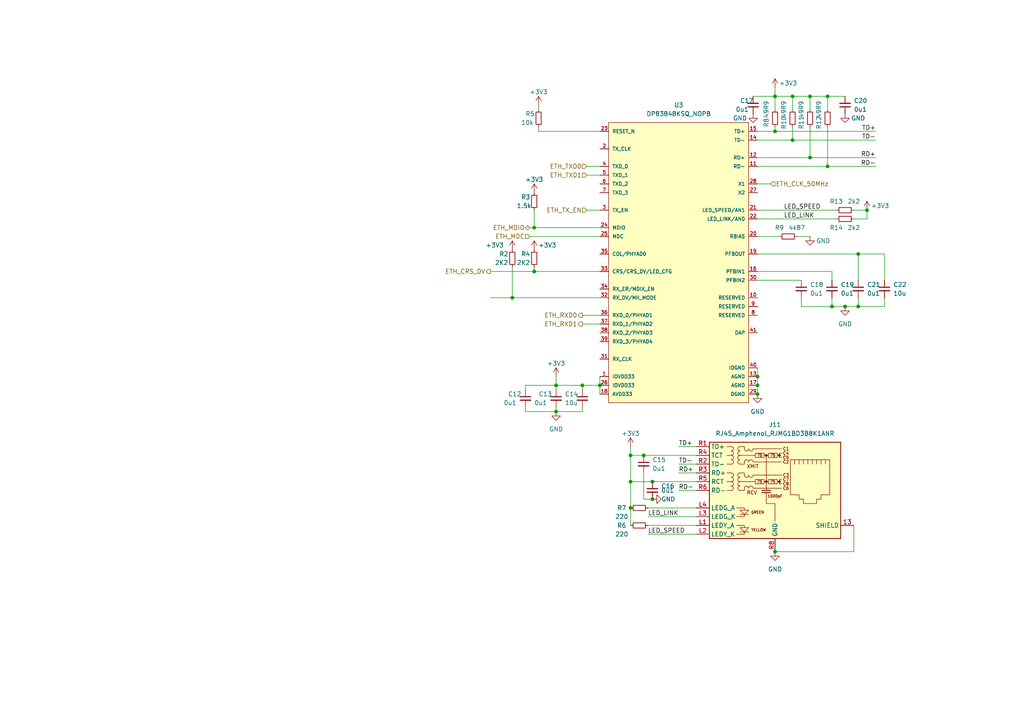
<source format=kicad_sch>
(kicad_sch (version 20211123) (generator eeschema)

  (uuid 38badc23-f77a-4f27-b013-18cac6469f81)

  (paper "A4")

  (lib_symbols
    (symbol "Connector:RJ45_Amphenol_RJMG1BD3B8K1ANR" (in_bom yes) (on_board yes)
      (property "Reference" "J" (id 0) (at 19.05 15.24 0)
        (effects (font (size 1.27 1.27)) (justify right))
      )
      (property "Value" "RJ45_Amphenol_RJMG1BD3B8K1ANR" (id 1) (at -19.05 15.24 0)
        (effects (font (size 1.27 1.27)) (justify left))
      )
      (property "Footprint" "Connector_RJ:RJ45_Amphenol_RJMG1BD3B8K1ANR" (id 2) (at 0 17.78 0)
        (effects (font (size 1.27 1.27)) hide)
      )
      (property "Datasheet" "https://www.amphenolcanada.com/ProductSearch/Drawings/AC/RJMG1BD3B8K1ANR.PDF" (id 3) (at 0 20.32 0)
        (effects (font (size 1.27 1.27)) hide)
      )
      (property "ki_keywords" "RJ45 Magjack" (id 4) (at 0 0 0)
        (effects (font (size 1.27 1.27)) hide)
      )
      (property "ki_description" "1 Port RJ45 Magjack Connector Through Hole 10/100 Base-T, AutoMDIX" (id 5) (at 0 0 0)
        (effects (font (size 1.27 1.27)) hide)
      )
      (property "ki_fp_filters" "RJ45*Amphenol*RJMG1BD3B8K1ANR*" (id 6) (at 0 0 0)
        (effects (font (size 1.27 1.27)) hide)
      )
      (symbol "RJ45_Amphenol_RJMG1BD3B8K1ANR_0_0"
        (circle (center -2.54 2.54) (radius 0.254)
          (stroke (width 0.254) (type default) (color 0 0 0 0))
          (fill (type outline))
        )
        (circle (center -2.54 10.16) (radius 0.254)
          (stroke (width 0.254) (type default) (color 0 0 0 0))
          (fill (type outline))
        )
        (polyline
          (pts
            (xy -7.62 -12.065)
            (xy -10.16 -12.065)
          )
          (stroke (width 0) (type default) (color 0 0 0 0))
          (fill (type none))
        )
        (polyline
          (pts
            (xy -7.62 -6.985)
            (xy -10.16 -6.985)
          )
          (stroke (width 0) (type default) (color 0 0 0 0))
          (fill (type none))
        )
        (polyline
          (pts
            (xy -2.54 10.16)
            (xy -2.54 0)
          )
          (stroke (width 0) (type default) (color 0 0 0 0))
          (fill (type none))
        )
        (polyline
          (pts
            (xy -1.27 -0.635)
            (xy -3.81 -0.635)
          )
          (stroke (width 0.254) (type default) (color 0 0 0 0))
          (fill (type none))
        )
        (polyline
          (pts
            (xy -1.27 0)
            (xy -3.81 0)
          )
          (stroke (width 0.254) (type default) (color 0 0 0 0))
          (fill (type none))
        )
        (polyline
          (pts
            (xy 1.27 2.54)
            (xy 0.635 2.54)
          )
          (stroke (width 0) (type default) (color 0 0 0 0))
          (fill (type none))
        )
        (polyline
          (pts
            (xy 1.27 10.16)
            (xy 0.635 10.16)
          )
          (stroke (width 0) (type default) (color 0 0 0 0))
          (fill (type none))
        )
        (polyline
          (pts
            (xy -11.176 -12.7)
            (xy -8.89 -12.7)
            (xy -8.89 -12.065)
          )
          (stroke (width 0) (type default) (color 0 0 0 0))
          (fill (type none))
        )
        (polyline
          (pts
            (xy -11.176 -10.16)
            (xy -8.89 -10.16)
            (xy -8.89 -10.795)
          )
          (stroke (width 0) (type default) (color 0 0 0 0))
          (fill (type none))
        )
        (polyline
          (pts
            (xy -11.176 -5.08)
            (xy -8.89 -5.08)
            (xy -8.89 -5.715)
          )
          (stroke (width 0) (type default) (color 0 0 0 0))
          (fill (type none))
        )
        (polyline
          (pts
            (xy -8.89 -6.985)
            (xy -8.89 -7.62)
            (xy -11.176 -7.62)
          )
          (stroke (width 0) (type default) (color 0 0 0 0))
          (fill (type none))
        )
        (polyline
          (pts
            (xy -10.16 -5.715)
            (xy -7.62 -5.715)
            (xy -8.89 -6.985)
            (xy -10.16 -5.715)
          )
          (stroke (width 0) (type default) (color 0 0 0 0))
          (fill (type none))
        )
        (polyline
          (pts
            (xy -7.62 -10.795)
            (xy -10.16 -10.795)
            (xy -8.89 -12.065)
            (xy -7.62 -10.795)
          )
          (stroke (width 0) (type default) (color 0 0 0 0))
          (fill (type none))
        )
        (polyline
          (pts
            (xy -2.54 -0.635)
            (xy -2.54 -3.81)
            (xy 0 -3.81)
            (xy 0 -8.89)
          )
          (stroke (width 0) (type default) (color 0 0 0 0))
          (fill (type none))
        )
        (polyline
          (pts
            (xy 1.905 3.175)
            (xy 1.27 3.175)
            (xy 1.27 1.905)
            (xy 1.905 1.905)
          )
          (stroke (width 0) (type default) (color 0 0 0 0))
          (fill (type none))
        )
        (polyline
          (pts
            (xy 1.905 10.795)
            (xy 1.27 10.795)
            (xy 1.27 9.525)
            (xy 1.905 9.525)
          )
          (stroke (width 0) (type default) (color 0 0 0 0))
          (fill (type none))
        )
        (circle (center 1.27 2.54) (radius 0.254)
          (stroke (width 0.254) (type default) (color 0 0 0 0))
          (fill (type outline))
        )
        (circle (center 1.27 10.16) (radius 0.254)
          (stroke (width 0.254) (type default) (color 0 0 0 0))
          (fill (type outline))
        )
        (text "1000pF" (at 0 -1.651 0)
          (effects (font (size 0.762 0.762)))
        )
        (text "75" (at -4.445 2.54 0)
          (effects (font (size 0.762 0.762)))
        )
        (text "75" (at -4.445 10.16 0)
          (effects (font (size 0.762 0.762)))
        )
        (text "75" (at -0.635 2.54 0)
          (effects (font (size 0.762 0.762)))
        )
        (text "75" (at -0.635 10.16 0)
          (effects (font (size 0.762 0.762)))
        )
        (text "C1" (at 3.175 12.065 0)
          (effects (font (size 0.889 0.889)))
        )
        (text "C2" (at 3.175 8.255 0)
          (effects (font (size 0.889 0.889)))
        )
        (text "C3" (at 3.175 4.445 0)
          (effects (font (size 0.889 0.889)))
        )
        (text "C4" (at 3.175 10.795 0)
          (effects (font (size 0.889 0.889)))
        )
        (text "C5" (at 3.175 9.525 0)
          (effects (font (size 0.889 0.889)))
        )
        (text "C6" (at 3.175 0.635 0)
          (effects (font (size 0.889 0.889)))
        )
        (text "C7" (at 3.175 3.175 0)
          (effects (font (size 0.889 0.889)))
        )
        (text "C8" (at 3.175 1.905 0)
          (effects (font (size 0.889 0.889)))
        )
        (text "GREEN" (at -6.985 -6.35 0)
          (effects (font (size 0.762 0.762)) (justify left))
        )
        (text "RCV" (at -8.255 -0.635 0)
          (effects (font (size 1.016 1.016)) (justify left))
        )
        (text "XMIT" (at -8.255 6.985 0)
          (effects (font (size 1.016 1.016)) (justify left))
        )
        (text "YELLOW" (at -6.985 -11.43 0)
          (effects (font (size 0.762 0.762)) (justify left))
        )
      )
      (symbol "RJ45_Amphenol_RJMG1BD3B8K1ANR_0_1"
        (rectangle (start -19.05 -13.97) (end 19.05 13.97)
          (stroke (width 0.254) (type default) (color 0 0 0 0))
          (fill (type background))
        )
        (arc (start -12.7 0) (mid -12.065 0.635) (end -12.7 1.27)
          (stroke (width 0) (type default) (color 0 0 0 0))
          (fill (type none))
        )
        (arc (start -12.7 1.27) (mid -12.065 1.905) (end -12.7 2.54)
          (stroke (width 0) (type default) (color 0 0 0 0))
          (fill (type none))
        )
        (arc (start -12.7 2.54) (mid -12.065 3.175) (end -12.7 3.81)
          (stroke (width 0) (type default) (color 0 0 0 0))
          (fill (type none))
        )
        (arc (start -12.7 3.81) (mid -12.065 4.445) (end -12.7 5.08)
          (stroke (width 0) (type default) (color 0 0 0 0))
          (fill (type none))
        )
        (arc (start -12.7 7.62) (mid -12.065 8.255) (end -12.7 8.89)
          (stroke (width 0) (type default) (color 0 0 0 0))
          (fill (type none))
        )
        (arc (start -12.7 8.89) (mid -12.065 9.525) (end -12.7 10.16)
          (stroke (width 0) (type default) (color 0 0 0 0))
          (fill (type none))
        )
        (arc (start -12.7 10.16) (mid -12.065 10.795) (end -12.7 11.43)
          (stroke (width 0) (type default) (color 0 0 0 0))
          (fill (type none))
        )
        (arc (start -12.7 11.43) (mid -12.065 12.065) (end -12.7 12.7)
          (stroke (width 0) (type default) (color 0 0 0 0))
          (fill (type none))
        )
        (arc (start -10.16 1.27) (mid -10.795 0.635) (end -10.16 0)
          (stroke (width 0) (type default) (color 0 0 0 0))
          (fill (type none))
        )
        (arc (start -10.16 2.54) (mid -10.795 1.905) (end -10.16 1.27)
          (stroke (width 0) (type default) (color 0 0 0 0))
          (fill (type none))
        )
        (arc (start -10.16 3.81) (mid -10.795 3.175) (end -10.16 2.54)
          (stroke (width 0) (type default) (color 0 0 0 0))
          (fill (type none))
        )
        (arc (start -10.16 5.08) (mid -10.795 4.445) (end -10.16 3.81)
          (stroke (width 0) (type default) (color 0 0 0 0))
          (fill (type none))
        )
        (arc (start -10.16 8.89) (mid -10.795 8.255) (end -10.16 7.62)
          (stroke (width 0) (type default) (color 0 0 0 0))
          (fill (type none))
        )
        (arc (start -10.16 10.16) (mid -10.795 9.525) (end -10.16 8.89)
          (stroke (width 0) (type default) (color 0 0 0 0))
          (fill (type none))
        )
        (arc (start -10.16 11.43) (mid -10.795 10.795) (end -10.16 10.16)
          (stroke (width 0) (type default) (color 0 0 0 0))
          (fill (type none))
        )
        (arc (start -10.16 12.7) (mid -10.795 12.065) (end -10.16 11.43)
          (stroke (width 0) (type default) (color 0 0 0 0))
          (fill (type none))
        )
        (arc (start -8.89 4.445) (mid -8.255 3.81) (end -7.62 4.445)
          (stroke (width 0) (type default) (color 0 0 0 0))
          (fill (type none))
        )
        (arc (start -8.89 12.065) (mid -8.255 11.43) (end -7.62 12.065)
          (stroke (width 0) (type default) (color 0 0 0 0))
          (fill (type none))
        )
        (arc (start -7.62 0.635) (mid -8.255 1.27) (end -8.89 0.635)
          (stroke (width 0) (type default) (color 0 0 0 0))
          (fill (type none))
        )
        (arc (start -7.62 4.445) (mid -6.985 3.81) (end -6.35 4.445)
          (stroke (width 0) (type default) (color 0 0 0 0))
          (fill (type none))
        )
        (arc (start -7.62 8.255) (mid -8.255 8.89) (end -8.89 8.255)
          (stroke (width 0) (type default) (color 0 0 0 0))
          (fill (type none))
        )
        (arc (start -7.62 12.065) (mid -6.985 11.43) (end -6.35 12.065)
          (stroke (width 0) (type default) (color 0 0 0 0))
          (fill (type none))
        )
        (arc (start -6.35 0.635) (mid -6.985 1.27) (end -7.62 0.635)
          (stroke (width 0) (type default) (color 0 0 0 0))
          (fill (type none))
        )
        (arc (start -6.35 8.255) (mid -6.985 8.89) (end -7.62 8.255)
          (stroke (width 0) (type default) (color 0 0 0 0))
          (fill (type none))
        )
        (rectangle (start -5.715 3.175) (end -3.175 1.905)
          (stroke (width 0) (type default) (color 0 0 0 0))
          (fill (type none))
        )
        (rectangle (start -5.715 10.795) (end -3.175 9.525)
          (stroke (width 0) (type default) (color 0 0 0 0))
          (fill (type none))
        )
        (rectangle (start -1.905 3.175) (end 0.635 1.905)
          (stroke (width 0) (type default) (color 0 0 0 0))
          (fill (type none))
        )
        (rectangle (start -1.905 10.795) (end 0.635 9.525)
          (stroke (width 0) (type default) (color 0 0 0 0))
          (fill (type none))
        )
        (polyline
          (pts
            (xy -12.7 0)
            (xy -13.97 0)
          )
          (stroke (width 0) (type default) (color 0 0 0 0))
          (fill (type none))
        )
        (polyline
          (pts
            (xy -12.7 2.54)
            (xy -13.97 2.54)
          )
          (stroke (width 0) (type default) (color 0 0 0 0))
          (fill (type none))
        )
        (polyline
          (pts
            (xy -12.7 5.08)
            (xy -13.97 5.08)
          )
          (stroke (width 0) (type default) (color 0 0 0 0))
          (fill (type none))
        )
        (polyline
          (pts
            (xy -12.7 7.62)
            (xy -13.97 7.62)
          )
          (stroke (width 0) (type default) (color 0 0 0 0))
          (fill (type none))
        )
        (polyline
          (pts
            (xy -12.7 10.16)
            (xy -13.97 10.16)
          )
          (stroke (width 0) (type default) (color 0 0 0 0))
          (fill (type none))
        )
        (polyline
          (pts
            (xy -12.7 12.7)
            (xy -13.97 12.7)
          )
          (stroke (width 0) (type default) (color 0 0 0 0))
          (fill (type none))
        )
        (polyline
          (pts
            (xy -6.35 0.635)
            (xy 1.905 0.635)
          )
          (stroke (width 0) (type default) (color 0 0 0 0))
          (fill (type none))
        )
        (polyline
          (pts
            (xy -6.35 4.445)
            (xy 1.905 4.445)
          )
          (stroke (width 0) (type default) (color 0 0 0 0))
          (fill (type none))
        )
        (polyline
          (pts
            (xy -6.35 8.255)
            (xy 1.905 8.255)
          )
          (stroke (width 0) (type default) (color 0 0 0 0))
          (fill (type none))
        )
        (polyline
          (pts
            (xy -6.35 12.065)
            (xy 1.905 12.065)
          )
          (stroke (width 0) (type default) (color 0 0 0 0))
          (fill (type none))
        )
        (polyline
          (pts
            (xy -5.715 2.54)
            (xy -10.16 2.54)
          )
          (stroke (width 0) (type default) (color 0 0 0 0))
          (fill (type none))
        )
        (polyline
          (pts
            (xy -5.715 10.16)
            (xy -10.16 10.16)
          )
          (stroke (width 0) (type default) (color 0 0 0 0))
          (fill (type none))
        )
        (polyline
          (pts
            (xy -3.175 2.54)
            (xy -1.905 2.54)
          )
          (stroke (width 0) (type default) (color 0 0 0 0))
          (fill (type none))
        )
        (polyline
          (pts
            (xy -3.175 10.16)
            (xy -1.905 10.16)
          )
          (stroke (width 0) (type default) (color 0 0 0 0))
          (fill (type none))
        )
        (polyline
          (pts
            (xy 5.715 7.62)
            (xy 5.715 8.89)
          )
          (stroke (width 0) (type default) (color 0 0 0 0))
          (fill (type none))
        )
        (polyline
          (pts
            (xy 6.985 8.89)
            (xy 6.985 7.62)
          )
          (stroke (width 0) (type default) (color 0 0 0 0))
          (fill (type none))
        )
        (polyline
          (pts
            (xy 8.255 8.89)
            (xy 8.255 7.62)
          )
          (stroke (width 0) (type default) (color 0 0 0 0))
          (fill (type none))
        )
        (polyline
          (pts
            (xy 9.525 8.89)
            (xy 9.525 7.62)
          )
          (stroke (width 0) (type default) (color 0 0 0 0))
          (fill (type none))
        )
        (polyline
          (pts
            (xy 10.795 8.89)
            (xy 10.795 7.62)
          )
          (stroke (width 0) (type default) (color 0 0 0 0))
          (fill (type none))
        )
        (polyline
          (pts
            (xy 12.065 8.89)
            (xy 12.065 7.62)
          )
          (stroke (width 0) (type default) (color 0 0 0 0))
          (fill (type none))
        )
        (polyline
          (pts
            (xy 13.335 7.62)
            (xy 13.335 8.89)
          )
          (stroke (width 0) (type default) (color 0 0 0 0))
          (fill (type none))
        )
        (polyline
          (pts
            (xy 14.605 7.62)
            (xy 14.605 8.89)
          )
          (stroke (width 0) (type default) (color 0 0 0 0))
          (fill (type none))
        )
        (polyline
          (pts
            (xy -10.16 5.08)
            (xy -8.89 5.08)
            (xy -8.89 4.445)
          )
          (stroke (width 0) (type default) (color 0 0 0 0))
          (fill (type none))
        )
        (polyline
          (pts
            (xy -10.16 12.7)
            (xy -8.89 12.7)
            (xy -8.89 12.065)
          )
          (stroke (width 0) (type default) (color 0 0 0 0))
          (fill (type none))
        )
        (polyline
          (pts
            (xy -8.89 0.635)
            (xy -8.89 0)
            (xy -10.16 0)
          )
          (stroke (width 0) (type default) (color 0 0 0 0))
          (fill (type none))
        )
        (polyline
          (pts
            (xy -8.89 8.255)
            (xy -8.89 7.62)
            (xy -10.16 7.62)
          )
          (stroke (width 0) (type default) (color 0 0 0 0))
          (fill (type none))
        )
        (polyline
          (pts
            (xy 4.445 8.89)
            (xy 15.875 8.89)
            (xy 15.875 -1.27)
            (xy 13.335 -1.27)
            (xy 13.335 -2.54)
            (xy 12.065 -2.54)
            (xy 12.065 -3.81)
            (xy 8.255 -3.81)
            (xy 8.255 -2.54)
            (xy 6.985 -2.54)
            (xy 6.985 -1.27)
            (xy 4.445 -1.27)
            (xy 4.445 8.89)
          )
          (stroke (width 0) (type default) (color 0 0 0 0))
          (fill (type none))
        )
      )
      (symbol "RJ45_Amphenol_RJMG1BD3B8K1ANR_1_1"
        (pin passive line (at 22.86 -10.16 180) (length 3.81)
          (name "SHIELD" (effects (font (size 1.27 1.27))))
          (number "13" (effects (font (size 1.27 1.27))))
        )
        (pin passive line (at -22.86 -10.16 0) (length 3.81)
          (name "LEDY_A" (effects (font (size 1.27 1.27))))
          (number "L1" (effects (font (size 1.27 1.27))))
        )
        (pin passive line (at -22.86 -12.7 0) (length 3.81)
          (name "LEDY_K" (effects (font (size 1.27 1.27))))
          (number "L2" (effects (font (size 1.27 1.27))))
        )
        (pin passive line (at -22.86 -7.62 0) (length 3.81)
          (name "LEDG_K" (effects (font (size 1.27 1.27))))
          (number "L3" (effects (font (size 1.27 1.27))))
        )
        (pin passive line (at -22.86 -5.08 0) (length 3.81)
          (name "LEDG_A" (effects (font (size 1.27 1.27))))
          (number "L4" (effects (font (size 1.27 1.27))))
        )
        (pin passive line (at -22.86 12.7 0) (length 3.81)
          (name "TD+" (effects (font (size 1.27 1.27))))
          (number "R1" (effects (font (size 1.27 1.27))))
        )
        (pin passive line (at -22.86 7.62 0) (length 3.81)
          (name "TD-" (effects (font (size 1.27 1.27))))
          (number "R2" (effects (font (size 1.27 1.27))))
        )
        (pin passive line (at -22.86 5.08 0) (length 3.81)
          (name "RD+" (effects (font (size 1.27 1.27))))
          (number "R3" (effects (font (size 1.27 1.27))))
        )
        (pin passive line (at -22.86 10.16 0) (length 3.81)
          (name "TCT" (effects (font (size 1.27 1.27))))
          (number "R4" (effects (font (size 1.27 1.27))))
        )
        (pin passive line (at -22.86 2.54 0) (length 3.81)
          (name "RCT" (effects (font (size 1.27 1.27))))
          (number "R5" (effects (font (size 1.27 1.27))))
        )
        (pin passive line (at -22.86 0 0) (length 3.81)
          (name "RD-" (effects (font (size 1.27 1.27))))
          (number "R6" (effects (font (size 1.27 1.27))))
        )
        (pin no_connect line (at 5.08 -5.08 0) (length 0) hide
          (name "NC" (effects (font (size 1.27 1.27))))
          (number "R7" (effects (font (size 1.27 1.27))))
        )
        (pin power_in line (at 0 -17.78 90) (length 3.81)
          (name "GND" (effects (font (size 1.27 1.27))))
          (number "R8" (effects (font (size 1.27 1.27))))
        )
      )
    )
    (symbol "Device:C_Small" (pin_numbers hide) (pin_names (offset 0.254) hide) (in_bom yes) (on_board yes)
      (property "Reference" "C" (id 0) (at 0.254 1.778 0)
        (effects (font (size 1.27 1.27)) (justify left))
      )
      (property "Value" "C_Small" (id 1) (at 0.254 -2.032 0)
        (effects (font (size 1.27 1.27)) (justify left))
      )
      (property "Footprint" "" (id 2) (at 0 0 0)
        (effects (font (size 1.27 1.27)) hide)
      )
      (property "Datasheet" "~" (id 3) (at 0 0 0)
        (effects (font (size 1.27 1.27)) hide)
      )
      (property "ki_keywords" "capacitor cap" (id 4) (at 0 0 0)
        (effects (font (size 1.27 1.27)) hide)
      )
      (property "ki_description" "Unpolarized capacitor, small symbol" (id 5) (at 0 0 0)
        (effects (font (size 1.27 1.27)) hide)
      )
      (property "ki_fp_filters" "C_*" (id 6) (at 0 0 0)
        (effects (font (size 1.27 1.27)) hide)
      )
      (symbol "C_Small_0_1"
        (polyline
          (pts
            (xy -1.524 -0.508)
            (xy 1.524 -0.508)
          )
          (stroke (width 0.3302) (type default) (color 0 0 0 0))
          (fill (type none))
        )
        (polyline
          (pts
            (xy -1.524 0.508)
            (xy 1.524 0.508)
          )
          (stroke (width 0.3048) (type default) (color 0 0 0 0))
          (fill (type none))
        )
      )
      (symbol "C_Small_1_1"
        (pin passive line (at 0 2.54 270) (length 2.032)
          (name "~" (effects (font (size 1.27 1.27))))
          (number "1" (effects (font (size 1.27 1.27))))
        )
        (pin passive line (at 0 -2.54 90) (length 2.032)
          (name "~" (effects (font (size 1.27 1.27))))
          (number "2" (effects (font (size 1.27 1.27))))
        )
      )
    )
    (symbol "Device:R_Small" (pin_numbers hide) (pin_names (offset 0.254) hide) (in_bom yes) (on_board yes)
      (property "Reference" "R" (id 0) (at 0.762 0.508 0)
        (effects (font (size 1.27 1.27)) (justify left))
      )
      (property "Value" "R_Small" (id 1) (at 0.762 -1.016 0)
        (effects (font (size 1.27 1.27)) (justify left))
      )
      (property "Footprint" "" (id 2) (at 0 0 0)
        (effects (font (size 1.27 1.27)) hide)
      )
      (property "Datasheet" "~" (id 3) (at 0 0 0)
        (effects (font (size 1.27 1.27)) hide)
      )
      (property "ki_keywords" "R resistor" (id 4) (at 0 0 0)
        (effects (font (size 1.27 1.27)) hide)
      )
      (property "ki_description" "Resistor, small symbol" (id 5) (at 0 0 0)
        (effects (font (size 1.27 1.27)) hide)
      )
      (property "ki_fp_filters" "R_*" (id 6) (at 0 0 0)
        (effects (font (size 1.27 1.27)) hide)
      )
      (symbol "R_Small_0_1"
        (rectangle (start -0.762 1.778) (end 0.762 -1.778)
          (stroke (width 0.2032) (type default) (color 0 0 0 0))
          (fill (type none))
        )
      )
      (symbol "R_Small_1_1"
        (pin passive line (at 0 2.54 270) (length 0.762)
          (name "~" (effects (font (size 1.27 1.27))))
          (number "1" (effects (font (size 1.27 1.27))))
        )
        (pin passive line (at 0 -2.54 90) (length 0.762)
          (name "~" (effects (font (size 1.27 1.27))))
          (number "2" (effects (font (size 1.27 1.27))))
        )
      )
    )
    (symbol "TI_ETH:DP83848KSQ_NOPB" (pin_names (offset 1.016)) (in_bom yes) (on_board yes)
      (property "Reference" "U" (id 0) (at 0 5.08 0)
        (effects (font (size 1.27 1.27)) (justify left))
      )
      (property "Value" "DP83848KSQ_NOPB" (id 1) (at 0 7.62 0)
        (effects (font (size 1.27 1.27)) (justify left))
      )
      (property "Footprint" "Texas_Instruments-DP83848KSQ_NOPB-*" (id 2) (at 0 10.16 0)
        (effects (font (size 1.27 1.27)) (justify left) hide)
      )
      (property "Datasheet" "" (id 3) (at 0 12.7 0)
        (effects (font (size 1.27 1.27)) (justify left) hide)
      )
      (property "Code  IPC" "" (id 4) (at 0 15.24 0)
        (effects (font (size 1.27 1.27)) (justify left) hide)
      )
      (property "Code  JEDEC" "" (id 5) (at 0 17.78 0)
        (effects (font (size 1.27 1.27)) (justify left) hide)
      )
      (property "Comp Type" "Interface IC" (id 6) (at 0 20.32 0)
        (effects (font (size 1.27 1.27)) (justify left) hide)
      )
      (property "Component Link 1 Description" "Datasheet URL" (id 7) (at 0 22.86 0)
        (effects (font (size 1.27 1.27)) (justify left) hide)
      )
      (property "Component Link 1 URL" "http://www.ti.com/general/docs/lit/getliterature.tsp?genericPartNumber=DP83848K&fileType=pdf" (id 8) (at 0 25.4 0)
        (effects (font (size 1.27 1.27)) (justify left) hide)
      )
      (property "High  Reliability" "Y" (id 9) (at 0 27.94 0)
        (effects (font (size 1.27 1.27)) (justify left) hide)
      )
      (property "Package Description" "LLP, Quad, 6 x 6 x 0.8mm, 40 Lead, Small DAP, 0.5mm Pitch, No Pullback" (id 10) (at 0 30.48 0)
        (effects (font (size 1.27 1.27)) (justify left) hide)
      )
      (property "Package Top Marking" "NS*UZXYTTE#*83848KSQ" (id 11) (at 0 33.02 0)
        (effects (font (size 1.27 1.27)) (justify left) hide)
      )
      (property "Pin Count" "40" (id 12) (at 0 35.56 0)
        (effects (font (size 1.27 1.27)) (justify left) hide)
      )
      (property "Power Wise" "N" (id 13) (at 0 38.1 0)
        (effects (font (size 1.27 1.27)) (justify left) hide)
      )
      (property "category" "IC" (id 14) (at 0 40.64 0)
        (effects (font (size 1.27 1.27)) (justify left) hide)
      )
      (property "library id" "36424d817e2bef3c" (id 15) (at 0 43.18 0)
        (effects (font (size 1.27 1.27)) (justify left) hide)
      )
      (property "manufacturer" "Texas Instruments" (id 16) (at 0 45.72 0)
        (effects (font (size 1.27 1.27)) (justify left) hide)
      )
      (property "package" "RTA0040A" (id 17) (at 0 48.26 0)
        (effects (font (size 1.27 1.27)) (justify left) hide)
      )
      (property "rohs" "Yes" (id 18) (at 0 50.8 0)
        (effects (font (size 1.27 1.27)) (justify left) hide)
      )
      (property "vault revision" "57AE9DCE-BC26-4EBF-9BC7-88EC4069F84C" (id 19) (at 0 53.34 0)
        (effects (font (size 1.27 1.27)) (justify left) hide)
      )
      (property "imported" "yes" (id 20) (at 0 55.88 0)
        (effects (font (size 1.27 1.27)) (justify left) hide)
      )
      (property "ki_locked" "" (id 21) (at 0 0 0)
        (effects (font (size 1.27 1.27)))
      )
      (symbol "DP83848KSQ_NOPB_1_1"
        (rectangle (start 5.08 2.54) (end 45.72 -78.74)
          (stroke (width 0) (type default) (color 0 0 0 0))
          (fill (type background))
        )
        (pin unspecified line (at 2.54 -71.12 0) (length 2.54)
          (name "IOVDD33" (effects (font (size 1.016 1.016))))
          (number "1" (effects (font (size 1.016 1.016))))
        )
        (pin unspecified line (at 48.26 -48.26 180) (length 2.54)
          (name "RESERVED" (effects (font (size 1.016 1.016))))
          (number "10" (effects (font (size 1.016 1.016))))
        )
        (pin unspecified line (at 48.26 -10.16 180) (length 2.54)
          (name "RD-" (effects (font (size 1.016 1.016))))
          (number "11" (effects (font (size 1.016 1.016))))
        )
        (pin unspecified line (at 48.26 -7.62 180) (length 2.54)
          (name "RD+" (effects (font (size 1.016 1.016))))
          (number "12" (effects (font (size 1.016 1.016))))
        )
        (pin unspecified line (at 48.26 -71.12 180) (length 2.54)
          (name "AGND" (effects (font (size 1.016 1.016))))
          (number "13" (effects (font (size 1.016 1.016))))
        )
        (pin unspecified line (at 48.26 -2.54 180) (length 2.54)
          (name "TD-" (effects (font (size 1.016 1.016))))
          (number "14" (effects (font (size 1.016 1.016))))
        )
        (pin unspecified line (at 48.26 0 180) (length 2.54)
          (name "TD+" (effects (font (size 1.016 1.016))))
          (number "15" (effects (font (size 1.016 1.016))))
        )
        (pin unspecified line (at 48.26 -40.64 180) (length 2.54)
          (name "PFBIN1" (effects (font (size 1.016 1.016))))
          (number "16" (effects (font (size 1.016 1.016))))
        )
        (pin unspecified line (at 48.26 -73.66 180) (length 2.54)
          (name "AGND" (effects (font (size 1.016 1.016))))
          (number "17" (effects (font (size 1.016 1.016))))
        )
        (pin unspecified line (at 2.54 -76.2 0) (length 2.54)
          (name "AVDD33" (effects (font (size 1.016 1.016))))
          (number "18" (effects (font (size 1.016 1.016))))
        )
        (pin unspecified line (at 48.26 -35.56 180) (length 2.54)
          (name "PFBOUT" (effects (font (size 1.016 1.016))))
          (number "19" (effects (font (size 1.016 1.016))))
        )
        (pin unspecified line (at 2.54 -5.08 0) (length 2.54)
          (name "TX_CLK" (effects (font (size 1.016 1.016))))
          (number "2" (effects (font (size 1.016 1.016))))
        )
        (pin unspecified line (at 48.26 -30.48 180) (length 2.54)
          (name "RBIAS" (effects (font (size 1.016 1.016))))
          (number "20" (effects (font (size 1.016 1.016))))
        )
        (pin unspecified line (at 48.26 -22.86 180) (length 2.54)
          (name "LED_SPEED/AN1" (effects (font (size 1.016 1.016))))
          (number "21" (effects (font (size 1.016 1.016))))
        )
        (pin unspecified line (at 48.26 -25.4 180) (length 2.54)
          (name "LED_LINK/AN0" (effects (font (size 1.016 1.016))))
          (number "22" (effects (font (size 1.016 1.016))))
        )
        (pin unspecified line (at 2.54 0 0) (length 2.54)
          (name "RESET_N" (effects (font (size 1.016 1.016))))
          (number "23" (effects (font (size 1.016 1.016))))
        )
        (pin unspecified line (at 2.54 -27.94 0) (length 2.54)
          (name "MDIO" (effects (font (size 1.016 1.016))))
          (number "24" (effects (font (size 1.016 1.016))))
        )
        (pin unspecified line (at 2.54 -30.48 0) (length 2.54)
          (name "MDC" (effects (font (size 1.016 1.016))))
          (number "25" (effects (font (size 1.016 1.016))))
        )
        (pin unspecified line (at 2.54 -73.66 0) (length 2.54)
          (name "IOVDD33" (effects (font (size 1.016 1.016))))
          (number "26" (effects (font (size 1.016 1.016))))
        )
        (pin unspecified line (at 48.26 -17.78 180) (length 2.54)
          (name "X2" (effects (font (size 1.016 1.016))))
          (number "27" (effects (font (size 1.016 1.016))))
        )
        (pin unspecified line (at 48.26 -15.24 180) (length 2.54)
          (name "X1" (effects (font (size 1.016 1.016))))
          (number "28" (effects (font (size 1.016 1.016))))
        )
        (pin unspecified line (at 48.26 -76.2 180) (length 2.54)
          (name "DGND" (effects (font (size 1.016 1.016))))
          (number "29" (effects (font (size 1.016 1.016))))
        )
        (pin unspecified line (at 2.54 -22.86 0) (length 2.54)
          (name "TX_EN" (effects (font (size 1.016 1.016))))
          (number "3" (effects (font (size 1.016 1.016))))
        )
        (pin unspecified line (at 48.26 -43.18 180) (length 2.54)
          (name "PFBIN2" (effects (font (size 1.016 1.016))))
          (number "30" (effects (font (size 1.016 1.016))))
        )
        (pin unspecified line (at 2.54 -66.04 0) (length 2.54)
          (name "RX_CLK" (effects (font (size 1.016 1.016))))
          (number "31" (effects (font (size 1.016 1.016))))
        )
        (pin unspecified line (at 2.54 -48.26 0) (length 2.54)
          (name "RX_DV/MII_MODE" (effects (font (size 1.016 1.016))))
          (number "32" (effects (font (size 1.016 1.016))))
        )
        (pin unspecified line (at 2.54 -40.64 0) (length 2.54)
          (name "CRS/CRS_DV/LED_CFG" (effects (font (size 1.016 1.016))))
          (number "33" (effects (font (size 1.016 1.016))))
        )
        (pin unspecified line (at 2.54 -45.72 0) (length 2.54)
          (name "RX_ER/MDIX_EN" (effects (font (size 1.016 1.016))))
          (number "34" (effects (font (size 1.016 1.016))))
        )
        (pin unspecified line (at 2.54 -35.56 0) (length 2.54)
          (name "COL/PHYAD0" (effects (font (size 1.016 1.016))))
          (number "35" (effects (font (size 1.016 1.016))))
        )
        (pin unspecified line (at 2.54 -53.34 0) (length 2.54)
          (name "RXD_0/PHYAD1" (effects (font (size 1.016 1.016))))
          (number "36" (effects (font (size 1.016 1.016))))
        )
        (pin unspecified line (at 2.54 -55.88 0) (length 2.54)
          (name "RXD_1/PHYAD2" (effects (font (size 1.016 1.016))))
          (number "37" (effects (font (size 1.016 1.016))))
        )
        (pin unspecified line (at 2.54 -58.42 0) (length 2.54)
          (name "RXD_2/PHYAD3" (effects (font (size 1.016 1.016))))
          (number "38" (effects (font (size 1.016 1.016))))
        )
        (pin unspecified line (at 2.54 -60.96 0) (length 2.54)
          (name "RXD_3/PHYAD4" (effects (font (size 1.016 1.016))))
          (number "39" (effects (font (size 1.016 1.016))))
        )
        (pin unspecified line (at 2.54 -10.16 0) (length 2.54)
          (name "TXD_0" (effects (font (size 1.016 1.016))))
          (number "4" (effects (font (size 1.016 1.016))))
        )
        (pin unspecified line (at 48.26 -68.58 180) (length 2.54)
          (name "IOGND" (effects (font (size 1.016 1.016))))
          (number "40" (effects (font (size 1.016 1.016))))
        )
        (pin unspecified line (at 48.26 -58.42 180) (length 2.54)
          (name "DAP" (effects (font (size 1.016 1.016))))
          (number "41" (effects (font (size 1.016 1.016))))
        )
        (pin unspecified line (at 2.54 -12.7 0) (length 2.54)
          (name "TXD_1" (effects (font (size 1.016 1.016))))
          (number "5" (effects (font (size 1.016 1.016))))
        )
        (pin unspecified line (at 2.54 -15.24 0) (length 2.54)
          (name "TXD_2" (effects (font (size 1.016 1.016))))
          (number "6" (effects (font (size 1.016 1.016))))
        )
        (pin unspecified line (at 2.54 -17.78 0) (length 2.54)
          (name "TXD_3" (effects (font (size 1.016 1.016))))
          (number "7" (effects (font (size 1.016 1.016))))
        )
        (pin unspecified line (at 48.26 -53.34 180) (length 2.54)
          (name "RESERVED" (effects (font (size 1.016 1.016))))
          (number "8" (effects (font (size 1.016 1.016))))
        )
        (pin unspecified line (at 48.26 -50.8 180) (length 2.54)
          (name "RESERVED" (effects (font (size 1.016 1.016))))
          (number "9" (effects (font (size 1.016 1.016))))
        )
      )
    )
    (symbol "power:+3V3" (power) (pin_names (offset 0)) (in_bom yes) (on_board yes)
      (property "Reference" "#PWR" (id 0) (at 0 -3.81 0)
        (effects (font (size 1.27 1.27)) hide)
      )
      (property "Value" "+3V3" (id 1) (at 0 3.556 0)
        (effects (font (size 1.27 1.27)))
      )
      (property "Footprint" "" (id 2) (at 0 0 0)
        (effects (font (size 1.27 1.27)) hide)
      )
      (property "Datasheet" "" (id 3) (at 0 0 0)
        (effects (font (size 1.27 1.27)) hide)
      )
      (property "ki_keywords" "global power" (id 4) (at 0 0 0)
        (effects (font (size 1.27 1.27)) hide)
      )
      (property "ki_description" "Power symbol creates a global label with name \"+3V3\"" (id 5) (at 0 0 0)
        (effects (font (size 1.27 1.27)) hide)
      )
      (symbol "+3V3_0_1"
        (polyline
          (pts
            (xy -0.762 1.27)
            (xy 0 2.54)
          )
          (stroke (width 0) (type default) (color 0 0 0 0))
          (fill (type none))
        )
        (polyline
          (pts
            (xy 0 0)
            (xy 0 2.54)
          )
          (stroke (width 0) (type default) (color 0 0 0 0))
          (fill (type none))
        )
        (polyline
          (pts
            (xy 0 2.54)
            (xy 0.762 1.27)
          )
          (stroke (width 0) (type default) (color 0 0 0 0))
          (fill (type none))
        )
      )
      (symbol "+3V3_1_1"
        (pin power_in line (at 0 0 90) (length 0) hide
          (name "+3V3" (effects (font (size 1.27 1.27))))
          (number "1" (effects (font (size 1.27 1.27))))
        )
      )
    )
    (symbol "power:GND" (power) (pin_names (offset 0)) (in_bom yes) (on_board yes)
      (property "Reference" "#PWR" (id 0) (at 0 -6.35 0)
        (effects (font (size 1.27 1.27)) hide)
      )
      (property "Value" "GND" (id 1) (at 0 -3.81 0)
        (effects (font (size 1.27 1.27)))
      )
      (property "Footprint" "" (id 2) (at 0 0 0)
        (effects (font (size 1.27 1.27)) hide)
      )
      (property "Datasheet" "" (id 3) (at 0 0 0)
        (effects (font (size 1.27 1.27)) hide)
      )
      (property "ki_keywords" "global power" (id 4) (at 0 0 0)
        (effects (font (size 1.27 1.27)) hide)
      )
      (property "ki_description" "Power symbol creates a global label with name \"GND\" , ground" (id 5) (at 0 0 0)
        (effects (font (size 1.27 1.27)) hide)
      )
      (symbol "GND_0_1"
        (polyline
          (pts
            (xy 0 0)
            (xy 0 -1.27)
            (xy 1.27 -1.27)
            (xy 0 -2.54)
            (xy -1.27 -1.27)
            (xy 0 -1.27)
          )
          (stroke (width 0) (type default) (color 0 0 0 0))
          (fill (type none))
        )
      )
      (symbol "GND_1_1"
        (pin power_in line (at 0 0 270) (length 0) hide
          (name "GND" (effects (font (size 1.27 1.27))))
          (number "1" (effects (font (size 1.27 1.27))))
        )
      )
    )
  )

  (junction (at 240.03 48.26) (diameter 0) (color 0 0 0 0)
    (uuid 01fa5846-69cb-4b40-b1db-1a5acca1998a)
  )
  (junction (at 189.23 144.78) (diameter 0) (color 0 0 0 0)
    (uuid 0300e901-8f94-48cd-b8e5-9e691a76ac45)
  )
  (junction (at 182.88 147.32) (diameter 0) (color 0 0 0 0)
    (uuid 088d7779-2de6-4e62-9963-8a82e4965c4d)
  )
  (junction (at 173.99 111.76) (diameter 0) (color 0 0 0 0)
    (uuid 0b8c67db-c5ce-4818-bea0-392e8887ea16)
  )
  (junction (at 189.23 139.7) (diameter 0) (color 0 0 0 0)
    (uuid 1211e1aa-193f-450f-b0d8-5604b0f35e6e)
  )
  (junction (at 224.79 38.1) (diameter 0) (color 0 0 0 0)
    (uuid 1ed6ba4b-c681-436c-aeb5-7f3bb0f9f7a7)
  )
  (junction (at 224.79 27.94) (diameter 0) (color 0 0 0 0)
    (uuid 2382798b-4c08-49a2-9325-0e6bd979fc99)
  )
  (junction (at 248.92 73.66) (diameter 0) (color 0 0 0 0)
    (uuid 27f417e5-0a92-4416-a9c1-b0df674067c1)
  )
  (junction (at 219.71 109.22) (diameter 0) (color 0 0 0 0)
    (uuid 36280cc7-014b-42da-8350-782cdde29248)
  )
  (junction (at 251.46 60.96) (diameter 0) (color 0 0 0 0)
    (uuid 37744c02-3751-4041-82a8-cd06a22be3f1)
  )
  (junction (at 241.3 88.9) (diameter 0) (color 0 0 0 0)
    (uuid 39692370-3aec-4a35-9d0a-2a7191e54609)
  )
  (junction (at 154.94 66.04) (diameter 0) (color 0 0 0 0)
    (uuid 4f3809fc-586c-45d4-a94d-16ef9fccc3f1)
  )
  (junction (at 240.03 27.94) (diameter 0) (color 0 0 0 0)
    (uuid 5e425943-aff6-4b5f-bc36-9b6ce079526f)
  )
  (junction (at 229.87 40.64) (diameter 0) (color 0 0 0 0)
    (uuid 5f03ec39-b34f-4368-baea-df6269b612c0)
  )
  (junction (at 161.29 111.76) (diameter 0) (color 0 0 0 0)
    (uuid 6fb0d1c3-d69f-45bc-9986-ecf1a445d51a)
  )
  (junction (at 148.59 86.36) (diameter 0) (color 0 0 0 0)
    (uuid 773c1ce8-60aa-4a8d-a3c5-c33f7a49608e)
  )
  (junction (at 154.94 78.74) (diameter 0) (color 0 0 0 0)
    (uuid 78143f46-3d34-4c18-a56b-3ddf5d4cfd76)
  )
  (junction (at 168.91 111.76) (diameter 0) (color 0 0 0 0)
    (uuid 7b7060b5-7c0a-4153-ae12-929c4d8113a2)
  )
  (junction (at 182.88 132.08) (diameter 0) (color 0 0 0 0)
    (uuid 8560f933-9d29-4804-893f-5a1df78cb4e2)
  )
  (junction (at 234.95 27.94) (diameter 0) (color 0 0 0 0)
    (uuid 8b8c6f13-3c9a-4e9d-9b50-29dd1ab10e79)
  )
  (junction (at 161.29 119.38) (diameter 0) (color 0 0 0 0)
    (uuid 92549311-0cbc-435a-9a42-bc91d3b14a28)
  )
  (junction (at 248.92 88.9) (diameter 0) (color 0 0 0 0)
    (uuid a3f4a91c-440b-4c9b-a3e5-4252ac406a85)
  )
  (junction (at 234.95 45.72) (diameter 0) (color 0 0 0 0)
    (uuid ae93a86c-e129-4edb-ae2c-6276b5293776)
  )
  (junction (at 186.69 132.08) (diameter 0) (color 0 0 0 0)
    (uuid b0bf6244-493f-4cff-b83b-313c231989b4)
  )
  (junction (at 219.71 114.3) (diameter 0) (color 0 0 0 0)
    (uuid bc83d745-80aa-4af7-9595-e9aec7f4d2c9)
  )
  (junction (at 224.79 160.02) (diameter 0) (color 0 0 0 0)
    (uuid be824482-b2d2-43cc-9ce1-8bb2cf25a10b)
  )
  (junction (at 182.88 139.7) (diameter 0) (color 0 0 0 0)
    (uuid c5bd60ce-145e-40d0-afbb-2083f57324ff)
  )
  (junction (at 229.87 27.94) (diameter 0) (color 0 0 0 0)
    (uuid d16d3879-b2fa-49d5-81ff-ec5688d82e54)
  )
  (junction (at 219.71 111.76) (diameter 0) (color 0 0 0 0)
    (uuid d2645269-f84f-47bb-97a5-9e5150dc7af6)
  )
  (junction (at 245.11 88.9) (diameter 0) (color 0 0 0 0)
    (uuid d9f17e67-c48a-40ae-a56d-dad8983db50e)
  )

  (wire (pts (xy 247.65 60.96) (xy 251.46 60.96))
    (stroke (width 0) (type default) (color 0 0 0 0))
    (uuid 024f2ae0-60e5-41d8-93db-08f6124065f8)
  )
  (wire (pts (xy 241.3 78.74) (xy 241.3 81.28))
    (stroke (width 0) (type default) (color 0 0 0 0))
    (uuid 075fc94b-05b3-42b7-be6c-c0041b28476c)
  )
  (wire (pts (xy 142.24 86.36) (xy 148.59 86.36))
    (stroke (width 0) (type default) (color 0 0 0 0))
    (uuid 09cc3318-7366-4913-964e-f8f5be3bd60a)
  )
  (wire (pts (xy 241.3 86.36) (xy 241.3 88.9))
    (stroke (width 0) (type default) (color 0 0 0 0))
    (uuid 0e188b8d-8163-46f0-8d97-df238909eeae)
  )
  (wire (pts (xy 241.3 88.9) (xy 245.11 88.9))
    (stroke (width 0) (type default) (color 0 0 0 0))
    (uuid 18921d87-0fe7-4a54-aa75-90ff0db22f47)
  )
  (wire (pts (xy 161.29 111.76) (xy 152.4 111.76))
    (stroke (width 0) (type default) (color 0 0 0 0))
    (uuid 1bc9eac3-0819-4655-9950-c42fb0689cdb)
  )
  (wire (pts (xy 229.87 36.83) (xy 229.87 40.64))
    (stroke (width 0) (type default) (color 0 0 0 0))
    (uuid 22a15b7c-971e-40b0-bd7e-0668b416266a)
  )
  (wire (pts (xy 219.71 38.1) (xy 224.79 38.1))
    (stroke (width 0) (type default) (color 0 0 0 0))
    (uuid 25ac5c97-4785-40fc-b811-dcb252dc6639)
  )
  (wire (pts (xy 156.21 36.83) (xy 156.21 38.1))
    (stroke (width 0) (type default) (color 0 0 0 0))
    (uuid 2739ae27-3a0c-4514-bdc0-e464a64ca660)
  )
  (wire (pts (xy 248.92 86.36) (xy 248.92 88.9))
    (stroke (width 0) (type default) (color 0 0 0 0))
    (uuid 286d3ff1-4150-495d-b438-d9f2739fbdad)
  )
  (wire (pts (xy 154.94 77.47) (xy 154.94 78.74))
    (stroke (width 0) (type default) (color 0 0 0 0))
    (uuid 294b6ae7-961f-4bb9-8ae0-10d690afab5e)
  )
  (wire (pts (xy 201.93 147.32) (xy 187.96 147.32))
    (stroke (width 0) (type default) (color 0 0 0 0))
    (uuid 29bd73dd-9bb6-4931-90fa-2d4ab1e1a022)
  )
  (wire (pts (xy 224.79 25.4) (xy 224.79 27.94))
    (stroke (width 0) (type default) (color 0 0 0 0))
    (uuid 31f948aa-a918-43e6-96aa-f7580cfef21d)
  )
  (wire (pts (xy 219.71 106.68) (xy 219.71 109.22))
    (stroke (width 0) (type default) (color 0 0 0 0))
    (uuid 32e36795-f0bf-4c17-9dfd-ea0dea6572c8)
  )
  (wire (pts (xy 201.93 132.08) (xy 186.69 132.08))
    (stroke (width 0) (type default) (color 0 0 0 0))
    (uuid 386657a8-eb58-486e-9118-332c553b403e)
  )
  (wire (pts (xy 186.69 144.78) (xy 186.69 137.16))
    (stroke (width 0) (type default) (color 0 0 0 0))
    (uuid 39cd4bdb-19cb-4a26-b0ef-8f7ae6fb8117)
  )
  (wire (pts (xy 161.29 119.38) (xy 168.91 119.38))
    (stroke (width 0) (type default) (color 0 0 0 0))
    (uuid 3be5dad1-eb30-4d46-b9ba-5fb142689e34)
  )
  (wire (pts (xy 170.18 50.8) (xy 173.99 50.8))
    (stroke (width 0) (type default) (color 0 0 0 0))
    (uuid 3e85bd78-b05d-4ced-94cb-65467611f73a)
  )
  (wire (pts (xy 148.59 86.36) (xy 173.99 86.36))
    (stroke (width 0) (type default) (color 0 0 0 0))
    (uuid 40cbe724-3054-475e-814d-eb9b9c8cd780)
  )
  (wire (pts (xy 168.91 111.76) (xy 168.91 113.03))
    (stroke (width 0) (type default) (color 0 0 0 0))
    (uuid 41814144-a6b7-4111-9817-c1c3af1cc928)
  )
  (wire (pts (xy 170.18 60.96) (xy 173.99 60.96))
    (stroke (width 0) (type default) (color 0 0 0 0))
    (uuid 42d3d731-63fd-4b41-97ce-442505dbb60a)
  )
  (wire (pts (xy 196.85 129.54) (xy 201.93 129.54))
    (stroke (width 0) (type default) (color 0 0 0 0))
    (uuid 4329fad6-0f22-4ddf-9994-e0f59fb65d2c)
  )
  (wire (pts (xy 256.54 73.66) (xy 248.92 73.66))
    (stroke (width 0) (type default) (color 0 0 0 0))
    (uuid 445ec1ea-1ab8-4f36-8f3d-e48594b7bf67)
  )
  (wire (pts (xy 219.71 78.74) (xy 241.3 78.74))
    (stroke (width 0) (type default) (color 0 0 0 0))
    (uuid 459525d8-62d9-438b-8817-b5c82c1c08eb)
  )
  (wire (pts (xy 219.71 53.34) (xy 223.52 53.34))
    (stroke (width 0) (type default) (color 0 0 0 0))
    (uuid 46cb7e33-5101-4b9e-bed4-7f8f3f316bc2)
  )
  (wire (pts (xy 182.88 129.54) (xy 182.88 132.08))
    (stroke (width 0) (type default) (color 0 0 0 0))
    (uuid 4a711417-0ed6-4007-a84a-a36fd76522ab)
  )
  (wire (pts (xy 219.71 68.58) (xy 226.06 68.58))
    (stroke (width 0) (type default) (color 0 0 0 0))
    (uuid 51729f7e-2e4d-4ea1-80e0-b4a623f62024)
  )
  (wire (pts (xy 219.71 111.76) (xy 219.71 114.3))
    (stroke (width 0) (type default) (color 0 0 0 0))
    (uuid 52336dd8-3d61-4bc1-94d9-57e3ecb93b29)
  )
  (wire (pts (xy 189.23 139.7) (xy 182.88 139.7))
    (stroke (width 0) (type default) (color 0 0 0 0))
    (uuid 55357d1d-dba3-465c-aa74-7cfe5f9faaf8)
  )
  (wire (pts (xy 170.18 48.26) (xy 173.99 48.26))
    (stroke (width 0) (type default) (color 0 0 0 0))
    (uuid 569f5ebc-83a9-481a-859c-ec9b30ec1ba7)
  )
  (wire (pts (xy 256.54 81.28) (xy 256.54 73.66))
    (stroke (width 0) (type default) (color 0 0 0 0))
    (uuid 596d55f0-10e5-4e0b-bf39-e83fc5645632)
  )
  (wire (pts (xy 201.93 139.7) (xy 189.23 139.7))
    (stroke (width 0) (type default) (color 0 0 0 0))
    (uuid 5b0891bc-8e48-49ee-9166-805965d19a0b)
  )
  (wire (pts (xy 240.03 27.94) (xy 240.03 31.75))
    (stroke (width 0) (type default) (color 0 0 0 0))
    (uuid 5e858696-c636-4a6d-9611-cccac6576a2f)
  )
  (wire (pts (xy 148.59 77.47) (xy 148.59 86.36))
    (stroke (width 0) (type default) (color 0 0 0 0))
    (uuid 611eeeef-d84a-47d7-8ac3-629a5aaa04d2)
  )
  (wire (pts (xy 247.65 63.5) (xy 251.46 63.5))
    (stroke (width 0) (type default) (color 0 0 0 0))
    (uuid 6210f0e3-9c06-4046-b986-7ca0dcb0a808)
  )
  (wire (pts (xy 187.96 154.94) (xy 201.93 154.94))
    (stroke (width 0) (type default) (color 0 0 0 0))
    (uuid 624ea7e6-a1a5-4f41-b5df-5443888e0207)
  )
  (wire (pts (xy 173.99 109.22) (xy 173.99 111.76))
    (stroke (width 0) (type default) (color 0 0 0 0))
    (uuid 63d87e0d-79e1-4634-bb89-c0f39885b67d)
  )
  (wire (pts (xy 229.87 27.94) (xy 229.87 31.75))
    (stroke (width 0) (type default) (color 0 0 0 0))
    (uuid 64847dc7-3f77-4374-b4a2-8a7b3344e2da)
  )
  (wire (pts (xy 224.79 38.1) (xy 254 38.1))
    (stroke (width 0) (type default) (color 0 0 0 0))
    (uuid 654e821d-01fc-4e22-8f2f-652ce671ea6d)
  )
  (wire (pts (xy 219.71 63.5) (xy 242.57 63.5))
    (stroke (width 0) (type default) (color 0 0 0 0))
    (uuid 68ba679e-b8c2-4ccd-a7b4-8080c2ed714f)
  )
  (wire (pts (xy 168.91 91.44) (xy 173.99 91.44))
    (stroke (width 0) (type default) (color 0 0 0 0))
    (uuid 68ec7997-2061-4a79-acce-3e800a8f9e39)
  )
  (wire (pts (xy 240.03 48.26) (xy 254 48.26))
    (stroke (width 0) (type default) (color 0 0 0 0))
    (uuid 6b0a5827-8644-418a-a4ff-a4dcb593c00d)
  )
  (wire (pts (xy 224.79 36.83) (xy 224.79 38.1))
    (stroke (width 0) (type default) (color 0 0 0 0))
    (uuid 6b57a5cd-9921-4d8f-9eb9-86d200473563)
  )
  (wire (pts (xy 161.29 109.22) (xy 161.29 111.76))
    (stroke (width 0) (type default) (color 0 0 0 0))
    (uuid 6d44e604-975c-449b-9f2d-432f1d8cf923)
  )
  (wire (pts (xy 182.88 139.7) (xy 182.88 147.32))
    (stroke (width 0) (type default) (color 0 0 0 0))
    (uuid 6e92c1ef-50fe-43d0-8217-83438173504f)
  )
  (wire (pts (xy 196.85 137.16) (xy 201.93 137.16))
    (stroke (width 0) (type default) (color 0 0 0 0))
    (uuid 76220d5e-2592-411b-98b8-3e085df5a416)
  )
  (wire (pts (xy 245.11 88.9) (xy 248.92 88.9))
    (stroke (width 0) (type default) (color 0 0 0 0))
    (uuid 7d069f88-d5b4-4f47-8dc2-52cd111dcdfa)
  )
  (wire (pts (xy 161.29 111.76) (xy 161.29 113.03))
    (stroke (width 0) (type default) (color 0 0 0 0))
    (uuid 7db5c6d0-d68e-4c38-b3e0-99de3356a124)
  )
  (wire (pts (xy 218.44 27.94) (xy 224.79 27.94))
    (stroke (width 0) (type default) (color 0 0 0 0))
    (uuid 813704db-55b7-45a5-a63c-b22328992e0d)
  )
  (wire (pts (xy 234.95 27.94) (xy 240.03 27.94))
    (stroke (width 0) (type default) (color 0 0 0 0))
    (uuid 851397b4-bc25-4c39-a4a9-f913cc967e86)
  )
  (wire (pts (xy 256.54 88.9) (xy 256.54 86.36))
    (stroke (width 0) (type default) (color 0 0 0 0))
    (uuid 871ca87a-1987-4a42-a89c-e136c3ee7716)
  )
  (wire (pts (xy 182.88 147.32) (xy 182.88 152.4))
    (stroke (width 0) (type default) (color 0 0 0 0))
    (uuid 881a85f8-5560-420e-a535-edfe1da4bb03)
  )
  (wire (pts (xy 161.29 118.11) (xy 161.29 119.38))
    (stroke (width 0) (type default) (color 0 0 0 0))
    (uuid 8b16138e-e013-4520-9129-cf3d6f23c444)
  )
  (wire (pts (xy 196.85 134.62) (xy 201.93 134.62))
    (stroke (width 0) (type default) (color 0 0 0 0))
    (uuid 8efc4157-dc7a-43e4-82a0-f6d5d8c814ad)
  )
  (wire (pts (xy 186.69 132.08) (xy 182.88 132.08))
    (stroke (width 0) (type default) (color 0 0 0 0))
    (uuid 96a1ea80-0efe-4fcc-a42e-6de8ef65bbb5)
  )
  (wire (pts (xy 248.92 88.9) (xy 256.54 88.9))
    (stroke (width 0) (type default) (color 0 0 0 0))
    (uuid 9c57064a-b5c7-4526-81f7-52a0954bb83a)
  )
  (wire (pts (xy 248.92 73.66) (xy 248.92 81.28))
    (stroke (width 0) (type default) (color 0 0 0 0))
    (uuid a00c806c-683a-47ac-956c-f731c014d68d)
  )
  (wire (pts (xy 232.41 86.36) (xy 232.41 88.9))
    (stroke (width 0) (type default) (color 0 0 0 0))
    (uuid a40a4526-bc76-427e-82af-35a705fed6e1)
  )
  (wire (pts (xy 156.21 30.48) (xy 156.21 31.75))
    (stroke (width 0) (type default) (color 0 0 0 0))
    (uuid b063250b-71e6-46cf-a211-c135f0f3bbe8)
  )
  (wire (pts (xy 154.94 60.96) (xy 154.94 66.04))
    (stroke (width 0) (type default) (color 0 0 0 0))
    (uuid b064fee4-e3c7-475a-a318-38cd423118f0)
  )
  (wire (pts (xy 219.71 73.66) (xy 248.92 73.66))
    (stroke (width 0) (type default) (color 0 0 0 0))
    (uuid b55f94f3-77cb-4fe8-bef9-31f95e63b2c9)
  )
  (wire (pts (xy 234.95 36.83) (xy 234.95 45.72))
    (stroke (width 0) (type default) (color 0 0 0 0))
    (uuid b81694af-4fec-465a-9330-a1848d483578)
  )
  (wire (pts (xy 240.03 36.83) (xy 240.03 48.26))
    (stroke (width 0) (type default) (color 0 0 0 0))
    (uuid b908ba1b-c783-41f3-8d9f-da2f9492119f)
  )
  (wire (pts (xy 219.71 109.22) (xy 219.71 111.76))
    (stroke (width 0) (type default) (color 0 0 0 0))
    (uuid baf1adc4-41b1-4522-8abb-791866680816)
  )
  (wire (pts (xy 154.94 78.74) (xy 173.99 78.74))
    (stroke (width 0) (type default) (color 0 0 0 0))
    (uuid bb37a44f-df6e-4cad-9db1-a2085d3e5743)
  )
  (wire (pts (xy 153.67 66.04) (xy 154.94 66.04))
    (stroke (width 0) (type default) (color 0 0 0 0))
    (uuid bd6704a3-2d95-4527-be51-83d2f34de105)
  )
  (wire (pts (xy 224.79 27.94) (xy 229.87 27.94))
    (stroke (width 0) (type default) (color 0 0 0 0))
    (uuid bda33c97-9f4c-46b0-9cb5-3802ac122214)
  )
  (wire (pts (xy 168.91 93.98) (xy 173.99 93.98))
    (stroke (width 0) (type default) (color 0 0 0 0))
    (uuid bed1f91a-3cef-4064-b25c-32ed4b074bbc)
  )
  (wire (pts (xy 224.79 160.02) (xy 247.65 160.02))
    (stroke (width 0) (type default) (color 0 0 0 0))
    (uuid c23c93f9-75e6-44db-bd50-af76f9df1a34)
  )
  (wire (pts (xy 232.41 88.9) (xy 241.3 88.9))
    (stroke (width 0) (type default) (color 0 0 0 0))
    (uuid c49af110-ad2e-464c-9fd6-a58f31557882)
  )
  (wire (pts (xy 154.94 66.04) (xy 173.99 66.04))
    (stroke (width 0) (type default) (color 0 0 0 0))
    (uuid c52b8da0-dc49-4050-90ac-59ae93206854)
  )
  (wire (pts (xy 234.95 27.94) (xy 234.95 31.75))
    (stroke (width 0) (type default) (color 0 0 0 0))
    (uuid c69d987c-f1a3-413f-8019-030d947b5d30)
  )
  (wire (pts (xy 196.85 142.24) (xy 201.93 142.24))
    (stroke (width 0) (type default) (color 0 0 0 0))
    (uuid c83aae01-aa15-4528-a9e3-b370454abafe)
  )
  (wire (pts (xy 173.99 38.1) (xy 156.21 38.1))
    (stroke (width 0) (type default) (color 0 0 0 0))
    (uuid ca865e52-0c02-4ada-8d19-db8ee63d108f)
  )
  (wire (pts (xy 231.14 68.58) (xy 234.95 68.58))
    (stroke (width 0) (type default) (color 0 0 0 0))
    (uuid ce1a175a-7aab-463a-a66c-a108565de222)
  )
  (wire (pts (xy 229.87 27.94) (xy 234.95 27.94))
    (stroke (width 0) (type default) (color 0 0 0 0))
    (uuid cef973c4-2c44-420b-b0d3-c1e79d31766f)
  )
  (wire (pts (xy 173.99 111.76) (xy 173.99 114.3))
    (stroke (width 0) (type default) (color 0 0 0 0))
    (uuid cf753172-99c8-41ed-9981-d498c340a24f)
  )
  (wire (pts (xy 182.88 139.7) (xy 182.88 132.08))
    (stroke (width 0) (type default) (color 0 0 0 0))
    (uuid d025e1e2-3625-4b35-8461-e26458854f19)
  )
  (wire (pts (xy 152.4 111.76) (xy 152.4 113.03))
    (stroke (width 0) (type default) (color 0 0 0 0))
    (uuid d0be2899-ebf0-41d4-961b-a60f393e1b77)
  )
  (wire (pts (xy 173.99 111.76) (xy 168.91 111.76))
    (stroke (width 0) (type default) (color 0 0 0 0))
    (uuid d5caf6a1-4c1d-4d98-ae0f-784d8cf9a753)
  )
  (wire (pts (xy 219.71 60.96) (xy 242.57 60.96))
    (stroke (width 0) (type default) (color 0 0 0 0))
    (uuid d693d150-93d1-4234-af7b-c364d681d8ac)
  )
  (wire (pts (xy 142.24 78.74) (xy 154.94 78.74))
    (stroke (width 0) (type default) (color 0 0 0 0))
    (uuid d8199e88-3d66-4f78-8165-f5cd5000b70b)
  )
  (wire (pts (xy 219.71 45.72) (xy 234.95 45.72))
    (stroke (width 0) (type default) (color 0 0 0 0))
    (uuid d91ac033-15ff-4492-9a41-0e349a74186d)
  )
  (wire (pts (xy 189.23 144.78) (xy 186.69 144.78))
    (stroke (width 0) (type default) (color 0 0 0 0))
    (uuid d92adfdc-4073-4481-b34e-488138676126)
  )
  (wire (pts (xy 247.65 160.02) (xy 247.65 152.4))
    (stroke (width 0) (type default) (color 0 0 0 0))
    (uuid da5f6395-ae59-48b5-b992-866f1982935f)
  )
  (wire (pts (xy 219.71 40.64) (xy 229.87 40.64))
    (stroke (width 0) (type default) (color 0 0 0 0))
    (uuid daac38e2-3f8f-49eb-b24e-0e7d89dfbf8b)
  )
  (wire (pts (xy 153.67 68.58) (xy 173.99 68.58))
    (stroke (width 0) (type default) (color 0 0 0 0))
    (uuid ddac8e81-feed-4fd1-a522-2145a7e88dcf)
  )
  (wire (pts (xy 187.96 149.86) (xy 201.93 149.86))
    (stroke (width 0) (type default) (color 0 0 0 0))
    (uuid e2a14c9f-1636-45e1-a7fb-d90c143ff7ed)
  )
  (wire (pts (xy 240.03 27.94) (xy 245.11 27.94))
    (stroke (width 0) (type default) (color 0 0 0 0))
    (uuid e353fdff-8f53-445a-9140-80819e6b0619)
  )
  (wire (pts (xy 168.91 119.38) (xy 168.91 118.11))
    (stroke (width 0) (type default) (color 0 0 0 0))
    (uuid e4307c9f-ebb7-4d2c-b701-cd1e05e70a8d)
  )
  (wire (pts (xy 152.4 119.38) (xy 161.29 119.38))
    (stroke (width 0) (type default) (color 0 0 0 0))
    (uuid e52a1be4-ada2-4acd-9d83-130827fbe7b4)
  )
  (wire (pts (xy 168.91 111.76) (xy 161.29 111.76))
    (stroke (width 0) (type default) (color 0 0 0 0))
    (uuid ed2c323c-3a55-44cd-ad67-c451a73f2766)
  )
  (wire (pts (xy 219.71 81.28) (xy 232.41 81.28))
    (stroke (width 0) (type default) (color 0 0 0 0))
    (uuid edcc89c2-18f3-4d02-acdd-83fc9a6f8033)
  )
  (wire (pts (xy 251.46 63.5) (xy 251.46 60.96))
    (stroke (width 0) (type default) (color 0 0 0 0))
    (uuid ef7b6bde-6dfa-488d-9b34-3f4b39b3194d)
  )
  (wire (pts (xy 219.71 48.26) (xy 240.03 48.26))
    (stroke (width 0) (type default) (color 0 0 0 0))
    (uuid f17ac7e9-d475-4cc0-ae71-896d20b2cd32)
  )
  (wire (pts (xy 234.95 45.72) (xy 254 45.72))
    (stroke (width 0) (type default) (color 0 0 0 0))
    (uuid f1ee4b9e-3d87-4ade-a636-ee802356088e)
  )
  (wire (pts (xy 152.4 118.11) (xy 152.4 119.38))
    (stroke (width 0) (type default) (color 0 0 0 0))
    (uuid f32d1a86-f7a1-46d4-89f7-4008a8af7e06)
  )
  (wire (pts (xy 187.96 152.4) (xy 201.93 152.4))
    (stroke (width 0) (type default) (color 0 0 0 0))
    (uuid f6083d56-cf60-45c9-a9df-f33e034417ec)
  )
  (wire (pts (xy 229.87 40.64) (xy 254 40.64))
    (stroke (width 0) (type default) (color 0 0 0 0))
    (uuid fdf3aae4-8df6-4f2d-844f-6ffd88b1303b)
  )
  (wire (pts (xy 224.79 31.75) (xy 224.79 27.94))
    (stroke (width 0) (type default) (color 0 0 0 0))
    (uuid fe7c6976-b294-4b85-b8b6-a604c93b7cf9)
  )

  (label "TD+" (at 196.85 129.54 0)
    (effects (font (size 1.27 1.27)) (justify left bottom))
    (uuid 31f66d1c-89c3-4b60-bb01-1af1970ee97e)
  )
  (label "RD-" (at 254 48.26 180)
    (effects (font (size 1.27 1.27)) (justify right bottom))
    (uuid 51f2f861-5f8f-40dc-b31d-c9d0a04437c9)
  )
  (label "LED_SPEED" (at 187.96 154.94 0)
    (effects (font (size 1.27 1.27)) (justify left bottom))
    (uuid 57f321c0-d6fc-4dff-9607-41d42a6dd3f0)
  )
  (label "RD-" (at 196.85 142.24 0)
    (effects (font (size 1.27 1.27)) (justify left bottom))
    (uuid 5d95b096-59ed-4680-bea4-1406835e9257)
  )
  (label "TD-" (at 254 40.64 180)
    (effects (font (size 1.27 1.27)) (justify right bottom))
    (uuid 6ad56afe-9996-42fb-af81-b2deea91d721)
  )
  (label "LED_SPEED" (at 227.33 60.96 0)
    (effects (font (size 1.27 1.27)) (justify left bottom))
    (uuid 84c3ee3e-907f-491e-a557-1b16347cfe39)
  )
  (label "TD+" (at 254 38.1 180)
    (effects (font (size 1.27 1.27)) (justify right bottom))
    (uuid 9519e5d4-130a-4839-ba6e-ed27ac9254b7)
  )
  (label "RD+" (at 254 45.72 180)
    (effects (font (size 1.27 1.27)) (justify right bottom))
    (uuid a5145943-6daa-42a0-9941-a2f0572335a7)
  )
  (label "TD-" (at 196.85 134.62 0)
    (effects (font (size 1.27 1.27)) (justify left bottom))
    (uuid c7fefca7-b519-483e-b923-861e6d8c54f8)
  )
  (label "RD+" (at 196.85 137.16 0)
    (effects (font (size 1.27 1.27)) (justify left bottom))
    (uuid daa1ee24-f401-4d3d-86a9-eff11bc45b4c)
  )
  (label "LED_LINK" (at 227.33 63.5 0)
    (effects (font (size 1.27 1.27)) (justify left bottom))
    (uuid db8abd0f-bbc7-4105-827d-43cfc831f141)
  )
  (label "LED_LINK" (at 187.96 149.86 0)
    (effects (font (size 1.27 1.27)) (justify left bottom))
    (uuid fb3e8987-e4da-4254-a86d-9c23130c3350)
  )

  (hierarchical_label "ETH_CLK_50MHz" (shape input) (at 223.52 53.34 0)
    (effects (font (size 1.27 1.27)) (justify left))
    (uuid 0c9b9698-cb18-4d6b-91f3-ea187e381253)
  )
  (hierarchical_label "ETH_RXD1" (shape output) (at 168.91 93.98 180)
    (effects (font (size 1.27 1.27)) (justify right))
    (uuid 0d07e7ab-1768-40ef-b623-bd203f6a17c5)
  )
  (hierarchical_label "ETH_TX_EN" (shape input) (at 170.18 60.96 180)
    (effects (font (size 1.27 1.27)) (justify right))
    (uuid 2215fef0-86a2-4bb5-b963-9ba23a78d780)
  )
  (hierarchical_label "ETH_MDC" (shape input) (at 153.67 68.58 180)
    (effects (font (size 1.27 1.27)) (justify right))
    (uuid 2d72d485-0e72-4585-ab6f-bf0b057b762b)
  )
  (hierarchical_label "ETH_TXD1" (shape input) (at 170.18 50.8 180)
    (effects (font (size 1.27 1.27)) (justify right))
    (uuid 57dc5679-6732-425b-826a-5861c6f2c13c)
  )
  (hierarchical_label "ETH_CRS_DV" (shape output) (at 142.24 78.74 180)
    (effects (font (size 1.27 1.27)) (justify right))
    (uuid b3ff0371-952e-4ba3-be1b-8677581cbd34)
  )
  (hierarchical_label "ETH_MDIO" (shape bidirectional) (at 153.67 66.04 180)
    (effects (font (size 1.27 1.27)) (justify right))
    (uuid b699ea5b-6ea5-4210-bf99-aafedb8bbd81)
  )
  (hierarchical_label "ETH_TXD0" (shape input) (at 170.18 48.26 180)
    (effects (font (size 1.27 1.27)) (justify right))
    (uuid ccd3cf74-0a5c-4e27-88cb-24fd111996e3)
  )
  (hierarchical_label "ETH_RXD0" (shape output) (at 168.91 91.44 180)
    (effects (font (size 1.27 1.27)) (justify right))
    (uuid cfe24bd4-b926-418d-8892-b5bb5b38a082)
  )

  (symbol (lib_id "power:GND") (at 218.44 33.02 0) (unit 1)
    (in_bom yes) (on_board yes)
    (uuid 01aaf6b2-7049-4d9d-b819-63271068f1f4)
    (property "Reference" "#PWR0134" (id 0) (at 218.44 39.37 0)
      (effects (font (size 1.27 1.27)) hide)
    )
    (property "Value" "GND" (id 1) (at 214.63 34.29 0))
    (property "Footprint" "" (id 2) (at 218.44 33.02 0)
      (effects (font (size 1.27 1.27)) hide)
    )
    (property "Datasheet" "" (id 3) (at 218.44 33.02 0)
      (effects (font (size 1.27 1.27)) hide)
    )
    (pin "1" (uuid cbdfa545-1b0a-4882-8391-d6a7656c48e4))
  )

  (symbol (lib_id "Device:R_Small") (at 185.42 147.32 90) (unit 1)
    (in_bom yes) (on_board yes)
    (uuid 0877f51e-e46a-4444-8a65-09fbc448c552)
    (property "Reference" "R6" (id 0) (at 180.34 152.4 90))
    (property "Value" "220" (id 1) (at 180.34 149.86 90))
    (property "Footprint" "Resistor_SMD:R_0402_1005Metric" (id 2) (at 185.42 147.32 0)
      (effects (font (size 1.27 1.27)) hide)
    )
    (property "Datasheet" "~" (id 3) (at 185.42 147.32 0)
      (effects (font (size 1.27 1.27)) hide)
    )
    (pin "1" (uuid 1b121fc7-17ed-4b6a-959f-6e763571c11f))
    (pin "2" (uuid db8af7e5-792c-447a-ac72-8eb0ac3122bd))
  )

  (symbol (lib_id "Device:C_Small") (at 256.54 83.82 0) (unit 1)
    (in_bom yes) (on_board yes) (fields_autoplaced)
    (uuid 0882be66-15ed-4b78-959b-6c3d3884979b)
    (property "Reference" "C22" (id 0) (at 259.08 82.5562 0)
      (effects (font (size 1.27 1.27)) (justify left))
    )
    (property "Value" "10u" (id 1) (at 259.08 85.0962 0)
      (effects (font (size 1.27 1.27)) (justify left))
    )
    (property "Footprint" "Capacitor_SMD:C_0402_1005Metric" (id 2) (at 256.54 83.82 0)
      (effects (font (size 1.27 1.27)) hide)
    )
    (property "Datasheet" "~" (id 3) (at 256.54 83.82 0)
      (effects (font (size 1.27 1.27)) hide)
    )
    (pin "1" (uuid 74bdfc81-e036-4d3a-b620-3f901e847638))
    (pin "2" (uuid f4230d58-5156-47b5-845d-d11be6a8b3ff))
  )

  (symbol (lib_id "Device:R_Small") (at 229.87 34.29 180) (unit 1)
    (in_bom yes) (on_board yes)
    (uuid 0be44be2-6915-4c68-977d-1fe8c2885748)
    (property "Reference" "R10" (id 0) (at 227.33 35.56 90))
    (property "Value" "49R9" (id 1) (at 227.33 31.75 90))
    (property "Footprint" "Resistor_SMD:R_0402_1005Metric" (id 2) (at 229.87 34.29 0)
      (effects (font (size 1.27 1.27)) hide)
    )
    (property "Datasheet" "~" (id 3) (at 229.87 34.29 0)
      (effects (font (size 1.27 1.27)) hide)
    )
    (pin "1" (uuid 3115c735-f414-4d0c-a066-252a45d390dd))
    (pin "2" (uuid 1abc2d87-dfaf-4d42-a0d9-e81066b773d9))
  )

  (symbol (lib_id "Device:R_Small") (at 154.94 58.42 180) (unit 1)
    (in_bom yes) (on_board yes)
    (uuid 0f12145c-4466-4e40-9859-f393d928ab29)
    (property "Reference" "R3" (id 0) (at 151.13 57.15 0)
      (effects (font (size 1.27 1.27)) (justify right))
    )
    (property "Value" "1.5k" (id 1) (at 149.86 59.69 0)
      (effects (font (size 1.27 1.27)) (justify right))
    )
    (property "Footprint" "Resistor_SMD:R_0402_1005Metric" (id 2) (at 154.94 58.42 0)
      (effects (font (size 1.27 1.27)) hide)
    )
    (property "Datasheet" "~" (id 3) (at 154.94 58.42 0)
      (effects (font (size 1.27 1.27)) hide)
    )
    (pin "1" (uuid 79969e6a-06fe-4765-8c06-ac63dad1f3e3))
    (pin "2" (uuid 6eae3021-55d3-45d6-910e-10de38def21b))
  )

  (symbol (lib_id "Device:C_Small") (at 248.92 83.82 0) (unit 1)
    (in_bom yes) (on_board yes) (fields_autoplaced)
    (uuid 13a08af6-c5eb-4f48-ac5f-5bdc37abeab6)
    (property "Reference" "C21" (id 0) (at 251.46 82.5562 0)
      (effects (font (size 1.27 1.27)) (justify left))
    )
    (property "Value" "0u1" (id 1) (at 251.46 85.0962 0)
      (effects (font (size 1.27 1.27)) (justify left))
    )
    (property "Footprint" "Capacitor_SMD:C_0402_1005Metric" (id 2) (at 248.92 83.82 0)
      (effects (font (size 1.27 1.27)) hide)
    )
    (property "Datasheet" "~" (id 3) (at 248.92 83.82 0)
      (effects (font (size 1.27 1.27)) hide)
    )
    (pin "1" (uuid a25dcaf9-f0b5-4ed1-88e6-1c019c24f761))
    (pin "2" (uuid 6b7d4966-ed1b-4b86-960a-d3037e29c5f7))
  )

  (symbol (lib_id "Device:R_Small") (at 224.79 34.29 180) (unit 1)
    (in_bom yes) (on_board yes)
    (uuid 1539d0bc-cc24-4c11-a09e-cf83eec2b51f)
    (property "Reference" "R8" (id 0) (at 222.25 35.56 90))
    (property "Value" "49R9" (id 1) (at 222.25 31.75 90))
    (property "Footprint" "Resistor_SMD:R_0402_1005Metric" (id 2) (at 224.79 34.29 0)
      (effects (font (size 1.27 1.27)) hide)
    )
    (property "Datasheet" "~" (id 3) (at 224.79 34.29 0)
      (effects (font (size 1.27 1.27)) hide)
    )
    (pin "1" (uuid a963c131-7e95-4541-b6a6-419b07b41988))
    (pin "2" (uuid 54061247-110c-40f1-8fea-436224e19f01))
  )

  (symbol (lib_id "power:GND") (at 219.71 114.3 0) (unit 1)
    (in_bom yes) (on_board yes) (fields_autoplaced)
    (uuid 15602d7e-0959-4f67-8bd1-1e0bd7200b8d)
    (property "Reference" "#PWR0129" (id 0) (at 219.71 120.65 0)
      (effects (font (size 1.27 1.27)) hide)
    )
    (property "Value" "GND" (id 1) (at 219.71 119.38 0))
    (property "Footprint" "" (id 2) (at 219.71 114.3 0)
      (effects (font (size 1.27 1.27)) hide)
    )
    (property "Datasheet" "" (id 3) (at 219.71 114.3 0)
      (effects (font (size 1.27 1.27)) hide)
    )
    (pin "1" (uuid 2e9b5a8f-11c0-4251-bb81-168908406988))
  )

  (symbol (lib_id "power:+3V3") (at 251.46 60.96 0) (unit 1)
    (in_bom yes) (on_board yes)
    (uuid 200a98a4-4b00-41b3-926c-520f1caca1be)
    (property "Reference" "#PWR0126" (id 0) (at 251.46 64.77 0)
      (effects (font (size 1.27 1.27)) hide)
    )
    (property "Value" "+3V3" (id 1) (at 255.27 59.69 0))
    (property "Footprint" "" (id 2) (at 251.46 60.96 0)
      (effects (font (size 1.27 1.27)) hide)
    )
    (property "Datasheet" "" (id 3) (at 251.46 60.96 0)
      (effects (font (size 1.27 1.27)) hide)
    )
    (pin "1" (uuid 0955457d-8c2f-49c7-83e7-f2a19f5b8eb0))
  )

  (symbol (lib_id "Device:R_Small") (at 148.59 74.93 180) (unit 1)
    (in_bom yes) (on_board yes)
    (uuid 2b5d8e4e-f3f3-4530-945e-a63139885f34)
    (property "Reference" "R2" (id 0) (at 144.78 73.66 0)
      (effects (font (size 1.27 1.27)) (justify right))
    )
    (property "Value" "2K2" (id 1) (at 143.51 76.2 0)
      (effects (font (size 1.27 1.27)) (justify right))
    )
    (property "Footprint" "Resistor_SMD:R_0402_1005Metric" (id 2) (at 148.59 74.93 0)
      (effects (font (size 1.27 1.27)) hide)
    )
    (property "Datasheet" "~" (id 3) (at 148.59 74.93 0)
      (effects (font (size 1.27 1.27)) hide)
    )
    (pin "1" (uuid 6b5be047-f6fb-4328-9697-7896d4163c53))
    (pin "2" (uuid 23f5a952-eba1-4ea3-8565-df07ecb3d562))
  )

  (symbol (lib_id "Device:C_Small") (at 168.91 115.57 0) (unit 1)
    (in_bom yes) (on_board yes)
    (uuid 53169743-c66d-47d8-bcd7-eb8cc2e89954)
    (property "Reference" "C14" (id 0) (at 163.83 114.3 0)
      (effects (font (size 1.27 1.27)) (justify left))
    )
    (property "Value" "10u" (id 1) (at 163.83 116.84 0)
      (effects (font (size 1.27 1.27)) (justify left))
    )
    (property "Footprint" "Capacitor_SMD:C_0402_1005Metric" (id 2) (at 168.91 115.57 0)
      (effects (font (size 1.27 1.27)) hide)
    )
    (property "Datasheet" "~" (id 3) (at 168.91 115.57 0)
      (effects (font (size 1.27 1.27)) hide)
    )
    (pin "1" (uuid ac9cc485-2233-4aef-9db8-d86e7eb0b1ba))
    (pin "2" (uuid c2ba5707-58d6-49cf-8d83-bb8c88fd860e))
  )

  (symbol (lib_id "power:+3V3") (at 224.79 25.4 0) (unit 1)
    (in_bom yes) (on_board yes)
    (uuid 59976071-830d-4f75-a6ad-6245ea9538d1)
    (property "Reference" "#PWR0131" (id 0) (at 224.79 29.21 0)
      (effects (font (size 1.27 1.27)) hide)
    )
    (property "Value" "+3V3" (id 1) (at 228.6 24.13 0))
    (property "Footprint" "" (id 2) (at 224.79 25.4 0)
      (effects (font (size 1.27 1.27)) hide)
    )
    (property "Datasheet" "" (id 3) (at 224.79 25.4 0)
      (effects (font (size 1.27 1.27)) hide)
    )
    (pin "1" (uuid 574e8f60-3d8d-43e9-ad4d-1c09654cc59d))
  )

  (symbol (lib_id "Device:R_Small") (at 240.03 34.29 180) (unit 1)
    (in_bom yes) (on_board yes)
    (uuid 5b54e85a-1049-4514-bbf2-9669b49a8ba7)
    (property "Reference" "R12" (id 0) (at 237.49 35.56 90))
    (property "Value" "49R9" (id 1) (at 237.49 31.75 90))
    (property "Footprint" "Resistor_SMD:R_0402_1005Metric" (id 2) (at 240.03 34.29 0)
      (effects (font (size 1.27 1.27)) hide)
    )
    (property "Datasheet" "~" (id 3) (at 240.03 34.29 0)
      (effects (font (size 1.27 1.27)) hide)
    )
    (pin "1" (uuid a5f179c4-8016-4774-9013-6745a6987f85))
    (pin "2" (uuid 264d78f1-e5d2-4c4f-b27b-fe8f33de039d))
  )

  (symbol (lib_id "Device:C_Small") (at 189.23 142.24 0) (unit 1)
    (in_bom yes) (on_board yes)
    (uuid 5d90fb25-f9cc-496b-be57-82b9df32510a)
    (property "Reference" "C16" (id 0) (at 191.77 140.9762 0)
      (effects (font (size 1.27 1.27)) (justify left))
    )
    (property "Value" "0u1" (id 1) (at 191.77 142.24 0)
      (effects (font (size 1.27 1.27)) (justify left))
    )
    (property "Footprint" "Capacitor_SMD:C_0402_1005Metric" (id 2) (at 189.23 142.24 0)
      (effects (font (size 1.27 1.27)) hide)
    )
    (property "Datasheet" "~" (id 3) (at 189.23 142.24 0)
      (effects (font (size 1.27 1.27)) hide)
    )
    (pin "1" (uuid 67ef50fa-a833-4040-a250-ad5a1e031963))
    (pin "2" (uuid 4206518b-51da-4af4-b459-49bda7c4afda))
  )

  (symbol (lib_id "power:GND") (at 224.79 160.02 0) (unit 1)
    (in_bom yes) (on_board yes) (fields_autoplaced)
    (uuid 5f3ca03e-d567-45cd-8841-d3b32c30f334)
    (property "Reference" "#PWR0130" (id 0) (at 224.79 166.37 0)
      (effects (font (size 1.27 1.27)) hide)
    )
    (property "Value" "GND" (id 1) (at 224.79 165.1 0))
    (property "Footprint" "" (id 2) (at 224.79 160.02 0)
      (effects (font (size 1.27 1.27)) hide)
    )
    (property "Datasheet" "" (id 3) (at 224.79 160.02 0)
      (effects (font (size 1.27 1.27)) hide)
    )
    (pin "1" (uuid bf8f12c7-87bb-4860-99f3-a167d588259a))
  )

  (symbol (lib_id "power:+3V3") (at 154.94 72.39 0) (unit 1)
    (in_bom yes) (on_board yes)
    (uuid 6335a636-411c-4675-a757-8d8dedb0bae2)
    (property "Reference" "#PWR0121" (id 0) (at 154.94 76.2 0)
      (effects (font (size 1.27 1.27)) hide)
    )
    (property "Value" "+3V3" (id 1) (at 158.75 71.12 0))
    (property "Footprint" "" (id 2) (at 154.94 72.39 0)
      (effects (font (size 1.27 1.27)) hide)
    )
    (property "Datasheet" "" (id 3) (at 154.94 72.39 0)
      (effects (font (size 1.27 1.27)) hide)
    )
    (pin "1" (uuid 16fcd74f-d6a4-4a0d-9aea-f22b1dbf0db1))
  )

  (symbol (lib_id "power:+3V3") (at 182.88 129.54 0) (unit 1)
    (in_bom yes) (on_board yes)
    (uuid 63acaeb6-19be-47df-a615-2f343d360396)
    (property "Reference" "#PWR0127" (id 0) (at 182.88 133.35 0)
      (effects (font (size 1.27 1.27)) hide)
    )
    (property "Value" "+3V3" (id 1) (at 182.88 125.73 0))
    (property "Footprint" "" (id 2) (at 182.88 129.54 0)
      (effects (font (size 1.27 1.27)) hide)
    )
    (property "Datasheet" "" (id 3) (at 182.88 129.54 0)
      (effects (font (size 1.27 1.27)) hide)
    )
    (pin "1" (uuid 3eb374f3-b416-405d-aa44-80e12165623a))
  )

  (symbol (lib_id "Device:R_Small") (at 234.95 34.29 180) (unit 1)
    (in_bom yes) (on_board yes)
    (uuid 6c318696-38a6-46e9-a53d-34434fd90d78)
    (property "Reference" "R11" (id 0) (at 232.41 35.56 90))
    (property "Value" "49R9" (id 1) (at 232.41 31.75 90))
    (property "Footprint" "Resistor_SMD:R_0402_1005Metric" (id 2) (at 234.95 34.29 0)
      (effects (font (size 1.27 1.27)) hide)
    )
    (property "Datasheet" "~" (id 3) (at 234.95 34.29 0)
      (effects (font (size 1.27 1.27)) hide)
    )
    (pin "1" (uuid c576bb5d-a30b-4d9f-bb5f-8d9a3a6a1eeb))
    (pin "2" (uuid 2a1e4c4d-09e4-43d4-97aa-506b6db5ccf8))
  )

  (symbol (lib_id "power:GND") (at 189.23 144.78 90) (unit 1)
    (in_bom yes) (on_board yes)
    (uuid 7c985f08-8f76-4818-9f76-dc0bd240f251)
    (property "Reference" "#PWR0128" (id 0) (at 195.58 144.78 0)
      (effects (font (size 1.27 1.27)) hide)
    )
    (property "Value" "GND" (id 1) (at 191.77 144.78 90)
      (effects (font (size 1.27 1.27)) (justify right))
    )
    (property "Footprint" "" (id 2) (at 189.23 144.78 0)
      (effects (font (size 1.27 1.27)) hide)
    )
    (property "Datasheet" "" (id 3) (at 189.23 144.78 0)
      (effects (font (size 1.27 1.27)) hide)
    )
    (pin "1" (uuid ae14acf1-b2e8-4fa4-8272-87c45cce4022))
  )

  (symbol (lib_id "power:+3V3") (at 154.94 55.88 0) (unit 1)
    (in_bom yes) (on_board yes)
    (uuid 872e69ea-331e-4a06-8757-c5a819d31294)
    (property "Reference" "#PWR0122" (id 0) (at 154.94 59.69 0)
      (effects (font (size 1.27 1.27)) hide)
    )
    (property "Value" "+3V3" (id 1) (at 154.94 52.07 0))
    (property "Footprint" "" (id 2) (at 154.94 55.88 0)
      (effects (font (size 1.27 1.27)) hide)
    )
    (property "Datasheet" "" (id 3) (at 154.94 55.88 0)
      (effects (font (size 1.27 1.27)) hide)
    )
    (pin "1" (uuid 9e43a2c3-5cd1-482f-b76d-08ec3afdc128))
  )

  (symbol (lib_id "power:+3V3") (at 156.21 30.48 0) (unit 1)
    (in_bom yes) (on_board yes)
    (uuid 8cbae990-7792-4ee6-8f1a-41419a538a13)
    (property "Reference" "#PWR0119" (id 0) (at 156.21 34.29 0)
      (effects (font (size 1.27 1.27)) hide)
    )
    (property "Value" "+3V3" (id 1) (at 156.21 26.67 0))
    (property "Footprint" "" (id 2) (at 156.21 30.48 0)
      (effects (font (size 1.27 1.27)) hide)
    )
    (property "Datasheet" "" (id 3) (at 156.21 30.48 0)
      (effects (font (size 1.27 1.27)) hide)
    )
    (pin "1" (uuid 9c0de8f8-60a5-4f00-86d2-a10ee16a8e89))
  )

  (symbol (lib_id "Device:R_Small") (at 245.11 60.96 90) (unit 1)
    (in_bom yes) (on_board yes)
    (uuid 90be0504-027b-4eb3-9569-f22f200b8c7e)
    (property "Reference" "R13" (id 0) (at 242.57 58.42 90))
    (property "Value" "2k2" (id 1) (at 247.65 58.42 90))
    (property "Footprint" "Resistor_SMD:R_0402_1005Metric" (id 2) (at 245.11 60.96 0)
      (effects (font (size 1.27 1.27)) hide)
    )
    (property "Datasheet" "~" (id 3) (at 245.11 60.96 0)
      (effects (font (size 1.27 1.27)) hide)
    )
    (pin "1" (uuid 50ee7e44-d067-42f7-98df-f4969d26d3c7))
    (pin "2" (uuid f8507ceb-ad3c-45da-a359-4fc751550a38))
  )

  (symbol (lib_id "Device:C_Small") (at 152.4 115.57 0) (unit 1)
    (in_bom yes) (on_board yes)
    (uuid 9bed2814-57f5-477b-8afe-2739c9f88ff4)
    (property "Reference" "C12" (id 0) (at 147.32 114.3 0)
      (effects (font (size 1.27 1.27)) (justify left))
    )
    (property "Value" "0u1" (id 1) (at 146.05 116.84 0)
      (effects (font (size 1.27 1.27)) (justify left))
    )
    (property "Footprint" "Capacitor_SMD:C_0402_1005Metric" (id 2) (at 152.4 115.57 0)
      (effects (font (size 1.27 1.27)) hide)
    )
    (property "Datasheet" "~" (id 3) (at 152.4 115.57 0)
      (effects (font (size 1.27 1.27)) hide)
    )
    (pin "1" (uuid 2c9dbf88-2a54-47a4-b068-c11073ccc7ca))
    (pin "2" (uuid 7ecb0d05-58c2-40b9-a03f-52ce5904b22a))
  )

  (symbol (lib_id "Device:R_Small") (at 185.42 152.4 90) (unit 1)
    (in_bom yes) (on_board yes)
    (uuid 9e6b2168-0e2b-4cea-8489-927a1ebbe430)
    (property "Reference" "R7" (id 0) (at 180.34 147.32 90))
    (property "Value" "220" (id 1) (at 180.34 154.94 90))
    (property "Footprint" "Resistor_SMD:R_0402_1005Metric" (id 2) (at 185.42 152.4 0)
      (effects (font (size 1.27 1.27)) hide)
    )
    (property "Datasheet" "~" (id 3) (at 185.42 152.4 0)
      (effects (font (size 1.27 1.27)) hide)
    )
    (pin "1" (uuid b99350d0-0a79-415e-8777-8f0d8aabc27a))
    (pin "2" (uuid a1360323-ceff-4d2a-80df-cf8d8b11fcff))
  )

  (symbol (lib_id "Device:C_Small") (at 161.29 115.57 0) (unit 1)
    (in_bom yes) (on_board yes)
    (uuid a5790ef2-2363-4f9d-b045-328d35193ad9)
    (property "Reference" "C13" (id 0) (at 156.21 114.3 0)
      (effects (font (size 1.27 1.27)) (justify left))
    )
    (property "Value" "0u1" (id 1) (at 154.94 116.84 0)
      (effects (font (size 1.27 1.27)) (justify left))
    )
    (property "Footprint" "Capacitor_SMD:C_0402_1005Metric" (id 2) (at 161.29 115.57 0)
      (effects (font (size 1.27 1.27)) hide)
    )
    (property "Datasheet" "~" (id 3) (at 161.29 115.57 0)
      (effects (font (size 1.27 1.27)) hide)
    )
    (pin "1" (uuid 80124815-26eb-4601-bb0b-79445c6e8b89))
    (pin "2" (uuid 558e3eb5-d6db-4cad-a74e-b15c1fa67caf))
  )

  (symbol (lib_id "power:+3V3") (at 148.59 72.39 0) (unit 1)
    (in_bom yes) (on_board yes)
    (uuid a8fadc8a-267a-4405-94c5-9581baea11a0)
    (property "Reference" "#PWR0120" (id 0) (at 148.59 76.2 0)
      (effects (font (size 1.27 1.27)) hide)
    )
    (property "Value" "+3V3" (id 1) (at 143.51 71.12 0))
    (property "Footprint" "" (id 2) (at 148.59 72.39 0)
      (effects (font (size 1.27 1.27)) hide)
    )
    (property "Datasheet" "" (id 3) (at 148.59 72.39 0)
      (effects (font (size 1.27 1.27)) hide)
    )
    (pin "1" (uuid 5aac9688-db87-4ae6-b0fa-3519b8926e72))
  )

  (symbol (lib_id "Device:C_Small") (at 241.3 83.82 0) (unit 1)
    (in_bom yes) (on_board yes) (fields_autoplaced)
    (uuid aab344dd-017c-43d5-9c42-e5638a45bcbf)
    (property "Reference" "C19" (id 0) (at 243.84 82.5562 0)
      (effects (font (size 1.27 1.27)) (justify left))
    )
    (property "Value" "0u1" (id 1) (at 243.84 85.0962 0)
      (effects (font (size 1.27 1.27)) (justify left))
    )
    (property "Footprint" "Capacitor_SMD:C_0402_1005Metric" (id 2) (at 241.3 83.82 0)
      (effects (font (size 1.27 1.27)) hide)
    )
    (property "Datasheet" "~" (id 3) (at 241.3 83.82 0)
      (effects (font (size 1.27 1.27)) hide)
    )
    (pin "1" (uuid ac33d8d4-a219-4fc5-ac5e-c1316c01cc87))
    (pin "2" (uuid 2c8ffc2f-5956-4a83-91b5-7fa58e3b35e2))
  )

  (symbol (lib_id "power:GND") (at 245.11 88.9 0) (unit 1)
    (in_bom yes) (on_board yes) (fields_autoplaced)
    (uuid b36962a2-bf3a-4c53-9b27-2708263da09a)
    (property "Reference" "#PWR0133" (id 0) (at 245.11 95.25 0)
      (effects (font (size 1.27 1.27)) hide)
    )
    (property "Value" "GND" (id 1) (at 245.11 93.98 0))
    (property "Footprint" "" (id 2) (at 245.11 88.9 0)
      (effects (font (size 1.27 1.27)) hide)
    )
    (property "Datasheet" "" (id 3) (at 245.11 88.9 0)
      (effects (font (size 1.27 1.27)) hide)
    )
    (pin "1" (uuid 76f016eb-0297-4440-b5e0-d5124fd05ce1))
  )

  (symbol (lib_id "Device:C_Small") (at 186.69 134.62 0) (unit 1)
    (in_bom yes) (on_board yes) (fields_autoplaced)
    (uuid b39a28dd-be9d-4121-9561-4e3f0105c3fa)
    (property "Reference" "C15" (id 0) (at 189.23 133.3562 0)
      (effects (font (size 1.27 1.27)) (justify left))
    )
    (property "Value" "0u1" (id 1) (at 189.23 135.8962 0)
      (effects (font (size 1.27 1.27)) (justify left))
    )
    (property "Footprint" "Capacitor_SMD:C_0402_1005Metric" (id 2) (at 186.69 134.62 0)
      (effects (font (size 1.27 1.27)) hide)
    )
    (property "Datasheet" "~" (id 3) (at 186.69 134.62 0)
      (effects (font (size 1.27 1.27)) hide)
    )
    (pin "1" (uuid 631956f2-2be3-444a-9b30-3d503b7055d5))
    (pin "2" (uuid 44f13927-c467-4913-a722-0fbfed04c5fe))
  )

  (symbol (lib_id "power:+3V3") (at 161.29 109.22 0) (unit 1)
    (in_bom yes) (on_board yes)
    (uuid b5852ca7-2dd7-49e9-98f3-e8ab0ccd45c4)
    (property "Reference" "#PWR0123" (id 0) (at 161.29 113.03 0)
      (effects (font (size 1.27 1.27)) hide)
    )
    (property "Value" "+3V3" (id 1) (at 161.29 105.41 0))
    (property "Footprint" "" (id 2) (at 161.29 109.22 0)
      (effects (font (size 1.27 1.27)) hide)
    )
    (property "Datasheet" "" (id 3) (at 161.29 109.22 0)
      (effects (font (size 1.27 1.27)) hide)
    )
    (pin "1" (uuid 95eb388a-1205-4169-a133-98fbcf49636d))
  )

  (symbol (lib_id "Connector:RJ45_Amphenol_RJMG1BD3B8K1ANR") (at 224.79 142.24 0) (unit 1)
    (in_bom yes) (on_board yes) (fields_autoplaced)
    (uuid b719ebd5-b924-40c2-9a79-290e2bc52985)
    (property "Reference" "J11" (id 0) (at 224.79 123.19 0))
    (property "Value" "RJ45_Amphenol_RJMG1BD3B8K1ANR" (id 1) (at 224.79 125.73 0))
    (property "Footprint" "Connector_RJ:RJ45_Amphenol_RJMG1BD3B8K1ANR" (id 2) (at 224.79 124.46 0)
      (effects (font (size 1.27 1.27)) hide)
    )
    (property "Datasheet" "https://www.amphenolcanada.com/ProductSearch/Drawings/AC/RJMG1BD3B8K1ANR.PDF" (id 3) (at 224.79 121.92 0)
      (effects (font (size 1.27 1.27)) hide)
    )
    (pin "13" (uuid ca53677d-1a34-4c02-9024-2e01be6e3b6f))
    (pin "L1" (uuid 928fb9f1-5006-483b-8450-fa50ed4d2596))
    (pin "L2" (uuid 920160f3-dd6b-42c5-ad2f-52745116b7bf))
    (pin "L3" (uuid 19de86ae-92a0-4b15-8363-3bcdc48334f1))
    (pin "L4" (uuid 4cab48d0-7a39-46bf-9133-fa88e4df2fcf))
    (pin "R1" (uuid 0aaa6dc7-00ee-43a4-a932-2a4e667a1905))
    (pin "R2" (uuid 1a3e1ec3-08c0-4d51-b310-c2d07d3d6b8f))
    (pin "R3" (uuid b25c0562-0c2e-4725-832e-3ad7cd175798))
    (pin "R4" (uuid 0e943734-5686-4ff3-be32-409c491f7dfe))
    (pin "R5" (uuid 2fd4ed2f-3649-41a6-8c48-c3f40e3e3471))
    (pin "R6" (uuid ae90be8f-e776-499d-bad7-b061cabecbfc))
    (pin "R7" (uuid c9f1d508-4c30-47dd-899d-80d35adbfb75))
    (pin "R8" (uuid 4e5e78f8-f437-431d-819e-39bb24e18b74))
  )

  (symbol (lib_id "Device:C_Small") (at 245.11 30.48 180) (unit 1)
    (in_bom yes) (on_board yes)
    (uuid b7c9b744-8aac-47f8-a9e8-740721eeb786)
    (property "Reference" "C20" (id 0) (at 247.65 29.21 0)
      (effects (font (size 1.27 1.27)) (justify right))
    )
    (property "Value" "0u1" (id 1) (at 247.65 31.75 0)
      (effects (font (size 1.27 1.27)) (justify right))
    )
    (property "Footprint" "Capacitor_SMD:C_0402_1005Metric" (id 2) (at 245.11 30.48 0)
      (effects (font (size 1.27 1.27)) hide)
    )
    (property "Datasheet" "~" (id 3) (at 245.11 30.48 0)
      (effects (font (size 1.27 1.27)) hide)
    )
    (pin "1" (uuid 995b5b42-5577-45ee-bc1e-a784f4d15653))
    (pin "2" (uuid b1fd225d-6ed3-4ee3-9526-a8a11324322e))
  )

  (symbol (lib_id "TI_ETH:DP83848KSQ_NOPB") (at 171.45 38.1 0) (unit 1)
    (in_bom yes) (on_board yes) (fields_autoplaced)
    (uuid bc099a31-5f47-47c6-a2ea-2fb22549d214)
    (property "Reference" "U3" (id 0) (at 196.85 30.48 0))
    (property "Value" "DP83848KSQ_NOPB" (id 1) (at 196.85 33.02 0))
    (property "Footprint" "Project:Texas_Instruments-DP83848KSQ_NOPB-0" (id 2) (at 171.45 27.94 0)
      (effects (font (size 1.27 1.27)) (justify left) hide)
    )
    (property "Datasheet" "" (id 3) (at 171.45 25.4 0)
      (effects (font (size 1.27 1.27)) (justify left) hide)
    )
    (property "Code  IPC" "" (id 4) (at 171.45 22.86 0)
      (effects (font (size 1.27 1.27)) (justify left) hide)
    )
    (property "Code  JEDEC" "" (id 5) (at 171.45 20.32 0)
      (effects (font (size 1.27 1.27)) (justify left) hide)
    )
    (property "Comp Type" "Interface IC" (id 6) (at 171.45 17.78 0)
      (effects (font (size 1.27 1.27)) (justify left) hide)
    )
    (property "Component Link 1 Description" "Datasheet URL" (id 7) (at 171.45 15.24 0)
      (effects (font (size 1.27 1.27)) (justify left) hide)
    )
    (property "Component Link 1 URL" "http://www.ti.com/general/docs/lit/getliterature.tsp?genericPartNumber=DP83848K&fileType=pdf" (id 8) (at 171.45 12.7 0)
      (effects (font (size 1.27 1.27)) (justify left) hide)
    )
    (property "High  Reliability" "Y" (id 9) (at 171.45 10.16 0)
      (effects (font (size 1.27 1.27)) (justify left) hide)
    )
    (property "Package Description" "LLP, Quad, 6 x 6 x 0.8mm, 40 Lead, Small DAP, 0.5mm Pitch, No Pullback" (id 10) (at 171.45 7.62 0)
      (effects (font (size 1.27 1.27)) (justify left) hide)
    )
    (property "Package Top Marking" "NS*UZXYTTE#*83848KSQ" (id 11) (at 171.45 5.08 0)
      (effects (font (size 1.27 1.27)) (justify left) hide)
    )
    (property "Pin Count" "40" (id 12) (at 171.45 2.54 0)
      (effects (font (size 1.27 1.27)) (justify left) hide)
    )
    (property "Power Wise" "N" (id 13) (at 171.45 0 0)
      (effects (font (size 1.27 1.27)) (justify left) hide)
    )
    (property "category" "IC" (id 14) (at 171.45 -2.54 0)
      (effects (font (size 1.27 1.27)) (justify left) hide)
    )
    (property "library id" "36424d817e2bef3c" (id 15) (at 171.45 -5.08 0)
      (effects (font (size 1.27 1.27)) (justify left) hide)
    )
    (property "manufacturer" "Texas Instruments" (id 16) (at 171.45 -7.62 0)
      (effects (font (size 1.27 1.27)) (justify left) hide)
    )
    (property "package" "RTA0040A" (id 17) (at 171.45 -10.16 0)
      (effects (font (size 1.27 1.27)) (justify left) hide)
    )
    (property "rohs" "Yes" (id 18) (at 171.45 -12.7 0)
      (effects (font (size 1.27 1.27)) (justify left) hide)
    )
    (property "vault revision" "57AE9DCE-BC26-4EBF-9BC7-88EC4069F84C" (id 19) (at 171.45 -15.24 0)
      (effects (font (size 1.27 1.27)) (justify left) hide)
    )
    (property "imported" "yes" (id 20) (at 171.45 -17.78 0)
      (effects (font (size 1.27 1.27)) (justify left) hide)
    )
    (property "LCSC" "C43593" (id 21) (at 171.45 38.1 0)
      (effects (font (size 1.27 1.27)) hide)
    )
    (pin "1" (uuid 3f856087-6071-4992-b13c-068c5f0fb8bf))
    (pin "10" (uuid 49825b4b-b49e-4860-8dda-3381373edf31))
    (pin "11" (uuid 167b29d3-f497-46f0-9a40-1a2f3d5af0c4))
    (pin "12" (uuid b3b8f58c-1079-4081-bedc-ebec7fda3adb))
    (pin "13" (uuid d9e69878-1dde-4b6b-bc7e-7e778afe709c))
    (pin "14" (uuid bf545a81-e12e-4816-9bec-3d2811a26640))
    (pin "15" (uuid eb71d7d0-01ab-4830-a6bb-6d557d1ed5b0))
    (pin "16" (uuid 6a488a80-4e31-4754-8f07-952799726e80))
    (pin "17" (uuid df27f05a-c9ed-4a90-962c-41e3bc3f263e))
    (pin "18" (uuid 5c5f0b3f-bc29-459a-9c3a-661658722e86))
    (pin "19" (uuid 6a4a67f0-edd2-4691-8608-05c8ee05f47b))
    (pin "2" (uuid 1bb7f714-a69b-4a96-ae9d-2541157c8037))
    (pin "20" (uuid b10a272f-f700-45b8-b0db-38c412bd3aef))
    (pin "21" (uuid f25cb49c-c363-4842-96ef-a0462f99fc3c))
    (pin "22" (uuid d3149e2e-9f20-43f3-8107-f54cd3288f35))
    (pin "23" (uuid 2d05832f-f43e-465b-8816-5f5c72f2821b))
    (pin "24" (uuid e20e9185-c248-40a8-a523-d7a7d19aafb0))
    (pin "25" (uuid f6055cb4-653f-4ba7-8dee-1b358477df95))
    (pin "26" (uuid 296556a8-1f1b-4f56-b735-d5b5ad644bf5))
    (pin "27" (uuid dba20666-efa6-4e5f-adbc-3430358637de))
    (pin "28" (uuid 6e334a04-aa71-498b-81e9-a7ee27558810))
    (pin "29" (uuid 0904ce83-591a-483c-9d74-494583427d9d))
    (pin "3" (uuid 2f5b42db-5751-4b27-b0e9-d749013c639b))
    (pin "30" (uuid 1da2d3a8-ab08-4a06-a8cc-1bf3476ca839))
    (pin "31" (uuid cbcffd30-547d-4ab5-9d81-07cbfb0f03a8))
    (pin "32" (uuid b6b8fe44-3327-45fe-a79f-c7b27ca12e12))
    (pin "33" (uuid b1881fab-b528-4594-90ee-85605340a15c))
    (pin "34" (uuid 6a35f612-adb3-4edc-aed0-29eda9c85c55))
    (pin "35" (uuid 6ee8ca12-9118-465f-9237-96be6a3816b8))
    (pin "36" (uuid 92a9fb87-88b1-423b-b9b7-e064b18c483d))
    (pin "37" (uuid e08eea24-a6cc-44f7-a678-92abe80c078a))
    (pin "38" (uuid 34dedb75-3dee-411d-b7e3-2e5b65b6043c))
    (pin "39" (uuid b8497f69-fc7d-4968-a7e4-d41687068f63))
    (pin "4" (uuid b81ff4bf-23b8-4f89-bb02-41e02f38d64e))
    (pin "40" (uuid 49e94e33-ff34-4e94-ac89-0d58d83ff1d6))
    (pin "41" (uuid 546956f8-d617-4e05-8058-8eb42ece88c5))
    (pin "5" (uuid 26a956ad-fb2c-4b9b-9dd1-ab003754b12d))
    (pin "6" (uuid 9fdeea0d-3e41-48ef-81e2-25df363cb0be))
    (pin "7" (uuid 500cfd93-7fe9-4bb4-b7e9-ebeeec2f6913))
    (pin "8" (uuid 49490b86-5fb7-4520-b610-bffa23b66dbd))
    (pin "9" (uuid 38f54052-3580-4c64-8bae-6e903429f6ba))
  )

  (symbol (lib_id "power:GND") (at 161.29 119.38 0) (unit 1)
    (in_bom yes) (on_board yes) (fields_autoplaced)
    (uuid c29122c2-4a30-4c30-b6b6-2f22783cc428)
    (property "Reference" "#PWR0124" (id 0) (at 161.29 125.73 0)
      (effects (font (size 1.27 1.27)) hide)
    )
    (property "Value" "GND" (id 1) (at 161.29 124.46 0))
    (property "Footprint" "" (id 2) (at 161.29 119.38 0)
      (effects (font (size 1.27 1.27)) hide)
    )
    (property "Datasheet" "" (id 3) (at 161.29 119.38 0)
      (effects (font (size 1.27 1.27)) hide)
    )
    (pin "1" (uuid fc8bc9ae-b558-48f9-9984-082b2f099045))
  )

  (symbol (lib_id "Device:C_Small") (at 218.44 30.48 180) (unit 1)
    (in_bom yes) (on_board yes)
    (uuid c467ecb9-3238-4ab3-8e78-849ac243449b)
    (property "Reference" "C17" (id 0) (at 214.63 29.21 0)
      (effects (font (size 1.27 1.27)) (justify right))
    )
    (property "Value" "0u1" (id 1) (at 213.36 31.75 0)
      (effects (font (size 1.27 1.27)) (justify right))
    )
    (property "Footprint" "Capacitor_SMD:C_0402_1005Metric" (id 2) (at 218.44 30.48 0)
      (effects (font (size 1.27 1.27)) hide)
    )
    (property "Datasheet" "~" (id 3) (at 218.44 30.48 0)
      (effects (font (size 1.27 1.27)) hide)
    )
    (pin "1" (uuid ece2b082-10fc-4f28-b3dd-3b583b5a7486))
    (pin "2" (uuid 9d42c081-2aaa-4137-a11e-053519367190))
  )

  (symbol (lib_id "power:GND") (at 234.95 68.58 0) (unit 1)
    (in_bom yes) (on_board yes)
    (uuid d3eedd4d-f98e-4481-9e35-c85a0b69463f)
    (property "Reference" "#PWR0125" (id 0) (at 234.95 74.93 0)
      (effects (font (size 1.27 1.27)) hide)
    )
    (property "Value" "GND" (id 1) (at 238.76 69.85 0))
    (property "Footprint" "" (id 2) (at 234.95 68.58 0)
      (effects (font (size 1.27 1.27)) hide)
    )
    (property "Datasheet" "" (id 3) (at 234.95 68.58 0)
      (effects (font (size 1.27 1.27)) hide)
    )
    (pin "1" (uuid 98dda450-5695-4c80-87b4-46c60811e487))
  )

  (symbol (lib_id "power:GND") (at 245.11 33.02 0) (unit 1)
    (in_bom yes) (on_board yes)
    (uuid d641e82e-383a-4c0a-ab93-f97d25f61971)
    (property "Reference" "#PWR0132" (id 0) (at 245.11 39.37 0)
      (effects (font (size 1.27 1.27)) hide)
    )
    (property "Value" "GND" (id 1) (at 248.92 34.29 0))
    (property "Footprint" "" (id 2) (at 245.11 33.02 0)
      (effects (font (size 1.27 1.27)) hide)
    )
    (property "Datasheet" "" (id 3) (at 245.11 33.02 0)
      (effects (font (size 1.27 1.27)) hide)
    )
    (pin "1" (uuid bb139106-5005-46ee-9ed7-7510b0506e99))
  )

  (symbol (lib_id "Device:R_Small") (at 154.94 74.93 180) (unit 1)
    (in_bom yes) (on_board yes)
    (uuid da12e728-8b55-4fab-b586-e615f0bb8fa8)
    (property "Reference" "R4" (id 0) (at 151.13 73.66 0)
      (effects (font (size 1.27 1.27)) (justify right))
    )
    (property "Value" "2K2" (id 1) (at 149.86 76.2 0)
      (effects (font (size 1.27 1.27)) (justify right))
    )
    (property "Footprint" "Resistor_SMD:R_0402_1005Metric" (id 2) (at 154.94 74.93 0)
      (effects (font (size 1.27 1.27)) hide)
    )
    (property "Datasheet" "~" (id 3) (at 154.94 74.93 0)
      (effects (font (size 1.27 1.27)) hide)
    )
    (pin "1" (uuid 60f7f22f-46bd-448f-8199-a0105d91a61c))
    (pin "2" (uuid c945d241-58ce-4707-98ac-6770329a345a))
  )

  (symbol (lib_id "Device:R_Small") (at 228.6 68.58 90) (unit 1)
    (in_bom yes) (on_board yes)
    (uuid ee484610-3845-4e1b-8ef2-17f506f9a5b2)
    (property "Reference" "R9" (id 0) (at 226.06 66.04 90))
    (property "Value" "4k87" (id 1) (at 231.14 66.04 90))
    (property "Footprint" "Resistor_SMD:R_0402_1005Metric" (id 2) (at 228.6 68.58 0)
      (effects (font (size 1.27 1.27)) hide)
    )
    (property "Datasheet" "~" (id 3) (at 228.6 68.58 0)
      (effects (font (size 1.27 1.27)) hide)
    )
    (pin "1" (uuid 2ea096ab-6c51-4720-b04b-cd9aea462f41))
    (pin "2" (uuid ec3a198f-8d0f-4d22-921c-6cb23a349a2e))
  )

  (symbol (lib_id "Device:R_Small") (at 245.11 63.5 270) (unit 1)
    (in_bom yes) (on_board yes)
    (uuid f992ef06-e27d-4128-a510-87db330eca8a)
    (property "Reference" "R14" (id 0) (at 242.57 66.04 90))
    (property "Value" "2k2" (id 1) (at 247.65 66.04 90))
    (property "Footprint" "Resistor_SMD:R_0402_1005Metric" (id 2) (at 245.11 63.5 0)
      (effects (font (size 1.27 1.27)) hide)
    )
    (property "Datasheet" "~" (id 3) (at 245.11 63.5 0)
      (effects (font (size 1.27 1.27)) hide)
    )
    (pin "1" (uuid a998d9cc-e2ff-40ea-940d-ee9f76e97b0f))
    (pin "2" (uuid 79047a37-f5f0-4975-b4bf-5742a46448a4))
  )

  (symbol (lib_id "Device:R_Small") (at 156.21 34.29 180) (unit 1)
    (in_bom yes) (on_board yes)
    (uuid f9bcc84c-f152-4cb1-b539-e8dd9c9ffeba)
    (property "Reference" "R5" (id 0) (at 152.4 33.02 0)
      (effects (font (size 1.27 1.27)) (justify right))
    )
    (property "Value" "10k" (id 1) (at 151.13 35.56 0)
      (effects (font (size 1.27 1.27)) (justify right))
    )
    (property "Footprint" "Resistor_SMD:R_0402_1005Metric" (id 2) (at 156.21 34.29 0)
      (effects (font (size 1.27 1.27)) hide)
    )
    (property "Datasheet" "~" (id 3) (at 156.21 34.29 0)
      (effects (font (size 1.27 1.27)) hide)
    )
    (pin "1" (uuid b6e2e41c-b078-424d-b059-5e75e5f8012a))
    (pin "2" (uuid 8148ec90-706a-40ef-8fc8-e1bebaebbe97))
  )

  (symbol (lib_id "Device:C_Small") (at 232.41 83.82 0) (unit 1)
    (in_bom yes) (on_board yes) (fields_autoplaced)
    (uuid fdd63136-47a9-4723-8006-0b4845b3c2f0)
    (property "Reference" "C18" (id 0) (at 234.95 82.5562 0)
      (effects (font (size 1.27 1.27)) (justify left))
    )
    (property "Value" "0u1" (id 1) (at 234.95 85.0962 0)
      (effects (font (size 1.27 1.27)) (justify left))
    )
    (property "Footprint" "Capacitor_SMD:C_0402_1005Metric" (id 2) (at 232.41 83.82 0)
      (effects (font (size 1.27 1.27)) hide)
    )
    (property "Datasheet" "~" (id 3) (at 232.41 83.82 0)
      (effects (font (size 1.27 1.27)) hide)
    )
    (pin "1" (uuid 8ea78c04-7e34-4e80-bc69-e5eba5ff8d24))
    (pin "2" (uuid 57537c67-2c42-4d29-bb2c-9f81ab21706d))
  )
)

</source>
